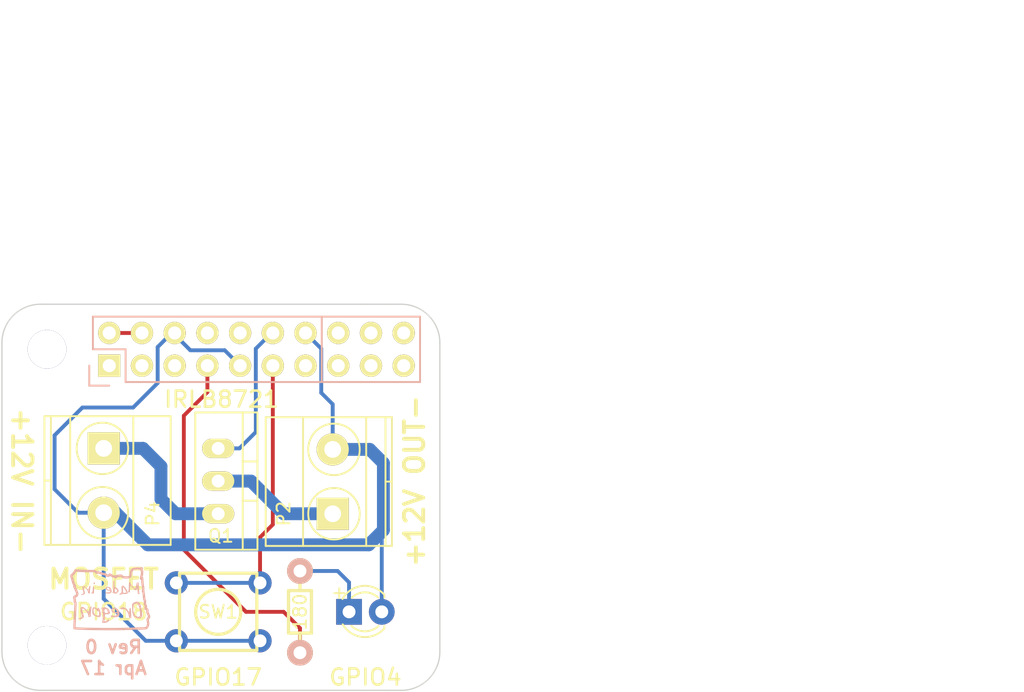
<source format=kicad_pcb>
(kicad_pcb (version 4) (host pcbnew 4.0.4-stable)

  (general
    (links 15)
    (no_connects 0)
    (area 38.049999 39.649999 72.150001 69.750001)
    (thickness 1.6)
    (drawings 26)
    (tracks 58)
    (zones 0)
    (modules 10)
    (nets 9)
  )

  (page A4)
  (title_block
    (title "Raspberry Pi Hat Template")
    (date 2015-12-24)
    (rev 0.1)
    (company OpenFet)
    (comment 1 "Author: Julien")
    (comment 2 "License: CERN OHL V1.2")
  )

  (layers
    (0 F.Cu signal)
    (31 B.Cu signal)
    (32 B.Adhes user)
    (33 F.Adhes user)
    (34 B.Paste user)
    (35 F.Paste user)
    (36 B.SilkS user)
    (37 F.SilkS user)
    (38 B.Mask user)
    (39 F.Mask user)
    (40 Dwgs.User user)
    (41 Cmts.User user)
    (42 Eco1.User user)
    (43 Eco2.User user)
    (44 Edge.Cuts user)
    (45 Margin user)
    (46 B.CrtYd user)
    (47 F.CrtYd user)
    (48 B.Fab user)
    (49 F.Fab user)
  )

  (setup
    (last_trace_width 0.2)
    (user_trace_width 0.1)
    (user_trace_width 0.2)
    (user_trace_width 0.3)
    (user_trace_width 0.4)
    (user_trace_width 0.5)
    (user_trace_width 0.6)
    (user_trace_width 0.8)
    (user_trace_width 1)
    (trace_clearance 0.15)
    (zone_clearance 0.23)
    (zone_45_only yes)
    (trace_min 0.1)
    (segment_width 0.35)
    (edge_width 0.1)
    (via_size 0.889)
    (via_drill 0.635)
    (via_min_size 0.26)
    (via_min_drill 0.16)
    (user_via 0.6 0.32)
    (user_via 1.5 0.8)
    (uvia_size 0.508)
    (uvia_drill 0.127)
    (uvias_allowed no)
    (uvia_min_size 0.508)
    (uvia_min_drill 0.127)
    (pcb_text_width 0.3)
    (pcb_text_size 1.5 1.5)
    (mod_edge_width 0.15)
    (mod_text_size 1 1)
    (mod_text_width 0.15)
    (pad_size 1.27 1.50114)
    (pad_drill 0.8128)
    (pad_to_mask_clearance 0)
    (aux_axis_origin 0 0)
    (grid_origin 211.1 101.7)
    (visible_elements 7FFFFF7F)
    (pcbplotparams
      (layerselection 0x010f0_80000001)
      (usegerberextensions false)
      (excludeedgelayer true)
      (linewidth 0.100000)
      (plotframeref false)
      (viasonmask false)
      (mode 1)
      (useauxorigin false)
      (hpglpennumber 1)
      (hpglpenspeed 20)
      (hpglpendiameter 15)
      (hpglpenoverlay 2)
      (psnegative false)
      (psa4output false)
      (plotreference true)
      (plotvalue true)
      (plotinvisibletext false)
      (padsonsilk false)
      (subtractmaskfromsilk false)
      (outputformat 1)
      (mirror false)
      (drillshape 0)
      (scaleselection 1)
      (outputdirectory /home/mangokid/Desktop/hat_gerber/))
  )

  (net 0 "")
  (net 1 GND)
  (net 2 "Net-(P3-Pad7)")
  (net 3 "Net-(P3-Pad11)")
  (net 4 VCC)
  (net 5 "Net-(D1-Pad2)")
  (net 6 "Net-(P2-Pad1)")
  (net 7 "Net-(P3-Pad12)")
  (net 8 "Net-(P4-Pad1)")

  (net_class Default "This is the default net class."
    (clearance 0.15)
    (trace_width 0.2)
    (via_dia 0.889)
    (via_drill 0.635)
    (uvia_dia 0.508)
    (uvia_drill 0.127)
    (add_net GND)
    (add_net "Net-(D1-Pad2)")
    (add_net "Net-(P2-Pad1)")
    (add_net "Net-(P3-Pad11)")
    (add_net "Net-(P3-Pad12)")
    (add_net "Net-(P3-Pad7)")
    (add_net "Net-(P4-Pad1)")
    (add_net VCC)
  )

  (module Pin_Headers:Pin_Header_Straight_2x10 (layer F.Cu) (tedit 5828EB59) (tstamp 5509D7DA)
    (at 46.4318 44.4738 90)
    (descr "Through hole pin header")
    (tags "pin header")
    (path /54E92361)
    (fp_text reference P3 (at 0 -5.1 90) (layer F.SilkS) hide
      (effects (font (size 1 1) (thickness 0.15)))
    )
    (fp_text value Raspberry_Pi_+_Conn (at 0 -3.1 90) (layer F.Fab)
      (effects (font (size 1 1) (thickness 0.15)))
    )
    (fp_line (start 3.75 16.5) (end -1.25 16.5) (layer B.SilkS) (width 0.1524))
    (fp_line (start -1.75 -1.75) (end -1.75 24.65) (layer F.CrtYd) (width 0.05))
    (fp_line (start 4.3 -1.75) (end 4.3 24.65) (layer F.CrtYd) (width 0.05))
    (fp_line (start -1.75 -1.75) (end 4.3 -1.75) (layer F.CrtYd) (width 0.05))
    (fp_line (start -1.75 24.65) (end 4.3 24.65) (layer F.CrtYd) (width 0.05))
    (fp_line (start 3.81 24.13) (end 3.81 -1.27) (layer B.SilkS) (width 0.15))
    (fp_line (start -1.27 1.27) (end -1.27 24.13) (layer B.SilkS) (width 0.15))
    (fp_line (start 3.81 24.13) (end -1.27 24.13) (layer B.SilkS) (width 0.15))
    (fp_line (start 3.81 -1.27) (end 1.27 -1.27) (layer B.SilkS) (width 0.15))
    (fp_line (start 0 -1.55) (end -1.55 -1.55) (layer B.SilkS) (width 0.15))
    (fp_line (start 1.27 -1.27) (end 1.27 1.27) (layer B.SilkS) (width 0.15))
    (fp_line (start 1.27 1.27) (end -1.27 1.27) (layer B.SilkS) (width 0.15))
    (fp_line (start -1.55 -1.55) (end -1.55 0) (layer B.SilkS) (width 0.15))
    (pad 1 thru_hole rect (at 0 0 90) (size 1.7272 1.7272) (drill 1.016) (layers *.Cu *.Mask F.SilkS))
    (pad 2 thru_hole oval (at 2.54 0 90) (size 1.7272 1.7272) (drill 1.016) (layers *.Cu *.Mask F.SilkS)
      (net 4 VCC))
    (pad 3 thru_hole oval (at 0 2.54 90) (size 1.7272 1.7272) (drill 1.016) (layers *.Cu *.Mask F.SilkS))
    (pad 4 thru_hole oval (at 2.54 2.54 90) (size 1.7272 1.7272) (drill 1.016) (layers *.Cu *.Mask F.SilkS)
      (net 4 VCC))
    (pad 5 thru_hole oval (at 0 5.08 90) (size 1.7272 1.7272) (drill 1.016) (layers *.Cu *.Mask F.SilkS))
    (pad 6 thru_hole oval (at 2.54 5.08 90) (size 1.7272 1.7272) (drill 1.016) (layers *.Cu *.Mask F.SilkS)
      (net 1 GND))
    (pad 7 thru_hole oval (at 0 7.62 90) (size 1.7272 1.7272) (drill 1.016) (layers *.Cu *.Mask F.SilkS)
      (net 2 "Net-(P3-Pad7)"))
    (pad 8 thru_hole oval (at 2.54 7.62 90) (size 1.7272 1.7272) (drill 1.016) (layers *.Cu *.Mask F.SilkS))
    (pad 9 thru_hole oval (at 0 10.16 90) (size 1.7272 1.7272) (drill 1.016) (layers *.Cu *.Mask F.SilkS)
      (net 1 GND))
    (pad 10 thru_hole oval (at 2.54 10.16 90) (size 1.7272 1.7272) (drill 1.016) (layers *.Cu *.Mask F.SilkS))
    (pad 11 thru_hole oval (at 0 12.7 90) (size 1.7272 1.7272) (drill 1.016) (layers *.Cu *.Mask F.SilkS)
      (net 3 "Net-(P3-Pad11)"))
    (pad 12 thru_hole oval (at 2.54 12.7 90) (size 1.7272 1.7272) (drill 1.016) (layers *.Cu *.Mask F.SilkS)
      (net 7 "Net-(P3-Pad12)"))
    (pad 13 thru_hole oval (at 0 15.24 90) (size 1.7272 1.7272) (drill 1.016) (layers *.Cu *.Mask F.SilkS))
    (pad 14 thru_hole oval (at 2.54 15.24 90) (size 1.7272 1.7272) (drill 1.016) (layers *.Cu *.Mask F.SilkS)
      (net 1 GND))
    (pad 15 thru_hole oval (at 0 17.78 90) (size 1.7272 1.7272) (drill 1.016) (layers *.Cu *.Mask F.SilkS))
    (pad 16 thru_hole oval (at 2.54 17.78 90) (size 1.7272 1.7272) (drill 1.016) (layers *.Cu *.Mask F.SilkS))
    (pad 17 thru_hole oval (at 0 20.32 90) (size 1.7272 1.7272) (drill 1.016) (layers *.Cu *.Mask F.SilkS))
    (pad 18 thru_hole oval (at 2.54 20.32 90) (size 1.7272 1.7272) (drill 1.016) (layers *.Cu *.Mask F.SilkS))
    (pad 19 thru_hole oval (at 0 22.86 90) (size 1.7272 1.7272) (drill 1.016) (layers *.Cu *.Mask F.SilkS))
    (pad 20 thru_hole oval (at 2.54 22.86 90) (size 1.7272 1.7272) (drill 1.016) (layers *.Cu *.Mask F.SilkS))
    (model Pin_Headers.3dshapes/Pin_Header_Straight_2x10.wrl
      (at (xyz 0.05 -0.45 0))
      (scale (xyz 1 1 1))
      (rotate (xyz 0 0 90))
    )
  )

  (module Mounting_Holes:MountingHole_3mm (layer F.Cu) (tedit 5687A909) (tstamp 5684F8FC)
    (at 41.6 43.2)
    (descr "Mounting hole, Befestigungsbohrung, 3mm, No Annular, Kein Restring,")
    (tags "Mounting hole, Befestigungsbohrung, 3mm, No Annular, Kein Restring,")
    (fp_text reference REF** (at 0 -4.0005) (layer F.SilkS) hide
      (effects (font (size 0.5 0.5) (thickness 0.125)))
    )
    (fp_text value MountingHole_3mm (at 1.00076 5.00126) (layer F.Fab) hide
      (effects (font (size 0.5 0.5) (thickness 0.125)))
    )
    (fp_circle (center 0 0) (end 3 0) (layer Cmts.User) (width 0.381))
    (pad 1 thru_hole circle (at 0 0) (size 3 3) (drill 3) (layers))
  )

  (module Mounting_Holes:MountingHole_3mm (layer F.Cu) (tedit 5687A904) (tstamp 5684F8FF)
    (at 41.6 66.2)
    (descr "Mounting hole, Befestigungsbohrung, 3mm, No Annular, Kein Restring,")
    (tags "Mounting hole, Befestigungsbohrung, 3mm, No Annular, Kein Restring,")
    (fp_text reference REF** (at 0 -4.0005) (layer F.SilkS) hide
      (effects (font (size 0.5 0.5) (thickness 0.125)))
    )
    (fp_text value MountingHole_3mm (at 1.00076 5.00126) (layer F.Fab) hide
      (effects (font (size 0.5 0.5) (thickness 0.125)))
    )
    (fp_circle (center 0 0) (end 3 0) (layer Cmts.User) (width 0.381))
    (pad 1 thru_hole circle (at 0 0) (size 3 3) (drill 3) (layers))
  )

  (module myFootPrints:LED-3MM (layer F.Cu) (tedit 5828ED10) (tstamp 57EDC51B)
    (at 67.59 63.6 180)
    (descr "LED 3mm round vertical")
    (tags "LED  3mm round vertical")
    (path /57EDC2DF)
    (fp_text reference D1 (at 1.91 3.06 180) (layer F.SilkS) hide
      (effects (font (size 1 1) (thickness 0.15)))
    )
    (fp_text value LED (at 1.27 -1.524 180) (layer F.Fab)
      (effects (font (size 1 1) (thickness 0.15)))
    )
    (fp_text user + (at 3.302 1.524 180) (layer F.SilkS)
      (effects (font (size 1 1) (thickness 0.15)))
    )
    (fp_line (start -1.2 2.3) (end 3.8 2.3) (layer F.CrtYd) (width 0.05))
    (fp_line (start 3.8 2.3) (end 3.8 -2.2) (layer F.CrtYd) (width 0.05))
    (fp_line (start 3.8 -2.2) (end -1.2 -2.2) (layer F.CrtYd) (width 0.05))
    (fp_line (start -1.2 -2.2) (end -1.2 2.3) (layer F.CrtYd) (width 0.05))
    (fp_line (start -0.199 1.314) (end -0.199 1.114) (layer F.SilkS) (width 0.15))
    (fp_line (start -0.199 -1.28) (end -0.199 -1.1) (layer F.SilkS) (width 0.15))
    (fp_arc (start 1.301 0.034) (end -0.199 -1.286) (angle 108.5) (layer F.SilkS) (width 0.15))
    (fp_arc (start 1.301 0.034) (end 0.25 -1.1) (angle 85.7) (layer F.SilkS) (width 0.15))
    (fp_arc (start 1.311 0.034) (end 3.051 0.994) (angle 110) (layer F.SilkS) (width 0.15))
    (fp_arc (start 1.301 0.034) (end 2.335 1.094) (angle 87.5) (layer F.SilkS) (width 0.15))
    (pad 1 thru_hole circle (at 0 0 270) (size 2 2) (drill 1.00076) (layers *.Cu B.Mask)
      (net 1 GND))
    (pad 2 thru_hole rect (at 2.54 0 180) (size 2 2) (drill 1.00076) (layers *.Cu B.Mask)
      (net 5 "Net-(D1-Pad2)"))
    (model LEDs.3dshapes/LED-3MM.wrl
      (at (xyz 0.05 0 0))
      (scale (xyz 1 1 1))
      (rotate (xyz 0 0 90))
    )
  )

  (module myFootPrints:Resistor_Horz (layer F.Cu) (tedit 57FDC17F) (tstamp 57EDC529)
    (at 61.24 63.6 270)
    (descr "Resistor, Axial,  RM 10mm, 1/3W,")
    (tags "Resistor, Axial, RM 10mm, 1/3W,")
    (path /57EDC340)
    (fp_text reference R1 (at 0 -1.905 270) (layer F.Fab) hide
      (effects (font (size 1 1) (thickness 0.15)))
    )
    (fp_text value 180 (at 0 0 270) (layer F.SilkS)
      (effects (font (size 1 1) (thickness 0.15)))
    )
    (fp_line (start -1.651 0) (end -2.413 0) (layer F.SilkS) (width 0.254))
    (fp_line (start 1.651 0) (end 2.413 0) (layer F.SilkS) (width 0.254))
    (fp_line (start 1.651 0.889) (end 1.651 0.635) (layer F.SilkS) (width 0.254))
    (fp_line (start 1.651 0.889) (end -1.651 0.889) (layer F.SilkS) (width 0.254))
    (fp_line (start -1.651 0.889) (end -1.651 -0.889) (layer F.SilkS) (width 0.254))
    (fp_line (start -1.651 -0.889) (end 1.651 -0.889) (layer F.SilkS) (width 0.254))
    (fp_line (start 1.651 -0.889) (end 1.651 0.635) (layer F.SilkS) (width 0.254))
    (pad 1 thru_hole circle (at -3.175 0 270) (size 1.99898 1.99898) (drill 1.00076) (layers *.Cu *.SilkS *.Mask)
      (net 5 "Net-(D1-Pad2)"))
    (pad 2 thru_hole circle (at 3.175 0 270) (size 1.99898 1.99898) (drill 1.00076) (layers *.Cu *.SilkS *.Mask)
      (net 2 "Net-(P3-Pad7)"))
    (model Resistors_ThroughHole.3dshapes/Resistor_Horizontal_RM10mm.wrl
      (at (xyz 0 0 0))
      (scale (xyz 0.4 0.4 0.4))
      (rotate (xyz 0 0 0))
    )
  )

  (module myFootPrints:SW_PUSH_SMALL (layer F.Cu) (tedit 5828ED03) (tstamp 57EDC531)
    (at 54.89 63.6)
    (path /57EDC379)
    (fp_text reference SW1 (at 0 0) (layer F.SilkS)
      (effects (font (size 1 1) (thickness 0.15)))
    )
    (fp_text value SPST (at 0 2) (layer F.Fab) hide
      (effects (font (size 0.3 0.3) (thickness 0.075)))
    )
    (fp_line (start -3 -3) (end 3 -3) (layer F.SilkS) (width 0.25))
    (fp_line (start 3 -3) (end 3 3) (layer F.SilkS) (width 0.25))
    (fp_line (start 3 3) (end -3 3) (layer F.SilkS) (width 0.25))
    (fp_line (start -3 3) (end -3 -3) (layer F.SilkS) (width 0.25))
    (fp_circle (center 0 0) (end -1.75 0) (layer F.SilkS) (width 0.25))
    (pad 1 thru_hole circle (at 3.25 -2.25) (size 1.8 1.8) (drill 1) (layers *.Cu B.Mask)
      (net 3 "Net-(P3-Pad11)"))
    (pad 2 thru_hole circle (at 3.25 2.25) (size 1.8 1.8) (drill 1) (layers *.Cu B.Mask)
      (net 1 GND))
    (pad 1 thru_hole circle (at -3.25 -2.25) (size 1.8 1.8) (drill 1) (layers *.Cu B.Mask)
      (net 3 "Net-(P3-Pad11)"))
    (pad 2 thru_hole circle (at -3.25 2.25) (size 1.8 1.8) (drill 1) (layers *.Cu B.Mask)
      (net 1 GND))
    (model Buttons_Switches_ThroughHole.3dshapes/pcb_push.wrl
      (at (xyz 0 0 0))
      (scale (xyz 1 1 1))
      (rotate (xyz 0 0 90))
    )
  )

  (module Terminal_Blocks:TerminalBlock_Pheonix_MKDS1.5-2pol (layer F.Cu) (tedit 58E836F8) (tstamp 58E834E9)
    (at 63.78 55.98 90)
    (descr "2-way 5mm pitch terminal block, Phoenix MKDS series")
    (path /58E83381)
    (fp_text reference P2 (at 0 -3.81 90) (layer F.SilkS)
      (effects (font (size 1 1) (thickness 0.15)))
    )
    (fp_text value CONN_01X02 (at 2.5 -6.6 90) (layer F.Fab)
      (effects (font (size 1 1) (thickness 0.15)))
    )
    (fp_line (start -2.7 -5.4) (end 7.7 -5.4) (layer F.CrtYd) (width 0.05))
    (fp_line (start -2.7 4.8) (end -2.7 -5.4) (layer F.CrtYd) (width 0.05))
    (fp_line (start 7.7 4.8) (end -2.7 4.8) (layer F.CrtYd) (width 0.05))
    (fp_line (start 7.7 -5.4) (end 7.7 4.8) (layer F.CrtYd) (width 0.05))
    (fp_line (start 2.5 4.1) (end 2.5 4.6) (layer F.SilkS) (width 0.15))
    (fp_circle (center 5 0.1) (end 3 0.1) (layer F.SilkS) (width 0.15))
    (fp_circle (center 0 0.1) (end 2 0.1) (layer F.SilkS) (width 0.15))
    (fp_line (start -2.5 2.6) (end 7.5 2.6) (layer F.SilkS) (width 0.15))
    (fp_line (start -2.5 -2.3) (end 7.5 -2.3) (layer F.SilkS) (width 0.15))
    (fp_line (start -2.5 4.1) (end 7.5 4.1) (layer F.SilkS) (width 0.15))
    (fp_line (start -2.5 4.6) (end 7.5 4.6) (layer F.SilkS) (width 0.15))
    (fp_line (start 7.5 4.6) (end 7.5 -5.2) (layer F.SilkS) (width 0.15))
    (fp_line (start 7.5 -5.2) (end -2.5 -5.2) (layer F.SilkS) (width 0.15))
    (fp_line (start -2.5 -5.2) (end -2.5 4.6) (layer F.SilkS) (width 0.15))
    (pad 1 thru_hole rect (at 0 0 90) (size 2.5 2.5) (drill 1.3) (layers *.Cu *.Mask F.SilkS)
      (net 6 "Net-(P2-Pad1)"))
    (pad 2 thru_hole circle (at 5 0 90) (size 2.5 2.5) (drill 1.3) (layers *.Cu *.Mask F.SilkS)
      (net 1 GND))
    (model Terminal_Blocks.3dshapes/TerminalBlock_Pheonix_MKDS1.5-2pol.wrl
      (at (xyz 0.0984 0 0))
      (scale (xyz 1 1 1))
      (rotate (xyz 0 0 0))
    )
  )

  (module Terminal_Blocks:TerminalBlock_Pheonix_MKDS1.5-2pol (layer F.Cu) (tedit 58E836EF) (tstamp 58E834EF)
    (at 46 50.9 270)
    (descr "2-way 5mm pitch terminal block, Phoenix MKDS series")
    (path /58E834CF)
    (fp_text reference P4 (at 5.08 -3.81 270) (layer F.SilkS)
      (effects (font (size 1 1) (thickness 0.15)))
    )
    (fp_text value CONN_01X02 (at 2.5 -6.6 270) (layer F.Fab)
      (effects (font (size 1 1) (thickness 0.15)))
    )
    (fp_line (start -2.7 -5.4) (end 7.7 -5.4) (layer F.CrtYd) (width 0.05))
    (fp_line (start -2.7 4.8) (end -2.7 -5.4) (layer F.CrtYd) (width 0.05))
    (fp_line (start 7.7 4.8) (end -2.7 4.8) (layer F.CrtYd) (width 0.05))
    (fp_line (start 7.7 -5.4) (end 7.7 4.8) (layer F.CrtYd) (width 0.05))
    (fp_line (start 2.5 4.1) (end 2.5 4.6) (layer F.SilkS) (width 0.15))
    (fp_circle (center 5 0.1) (end 3 0.1) (layer F.SilkS) (width 0.15))
    (fp_circle (center 0 0.1) (end 2 0.1) (layer F.SilkS) (width 0.15))
    (fp_line (start -2.5 2.6) (end 7.5 2.6) (layer F.SilkS) (width 0.15))
    (fp_line (start -2.5 -2.3) (end 7.5 -2.3) (layer F.SilkS) (width 0.15))
    (fp_line (start -2.5 4.1) (end 7.5 4.1) (layer F.SilkS) (width 0.15))
    (fp_line (start -2.5 4.6) (end 7.5 4.6) (layer F.SilkS) (width 0.15))
    (fp_line (start 7.5 4.6) (end 7.5 -5.2) (layer F.SilkS) (width 0.15))
    (fp_line (start 7.5 -5.2) (end -2.5 -5.2) (layer F.SilkS) (width 0.15))
    (fp_line (start -2.5 -5.2) (end -2.5 4.6) (layer F.SilkS) (width 0.15))
    (pad 1 thru_hole rect (at 0 0 270) (size 2.5 2.5) (drill 1.3) (layers *.Cu *.Mask F.SilkS)
      (net 8 "Net-(P4-Pad1)"))
    (pad 2 thru_hole circle (at 5 0 270) (size 2.5 2.5) (drill 1.3) (layers *.Cu *.Mask F.SilkS)
      (net 1 GND))
    (model Terminal_Blocks.3dshapes/TerminalBlock_Pheonix_MKDS1.5-2pol.wrl
      (at (xyz 0.0984 0 0))
      (scale (xyz 1 1 1))
      (rotate (xyz 0 0 0))
    )
  )

  (module TO_SOT_Packages_THT:TO-220_Neutral123_Vertical (layer F.Cu) (tedit 58E83912) (tstamp 58E834F6)
    (at 54.89 53.44 270)
    (descr "TO-220, Neutral, Vertical,")
    (tags "TO-220, Neutral, Vertical,")
    (path /58E8331A)
    (fp_text reference Q1 (at 4.26 -0.21 360) (layer F.SilkS)
      (effects (font (size 1 1) (thickness 0.15)))
    )
    (fp_text value Q_NMOS_GDS (at 0 3.81 270) (layer F.Fab)
      (effects (font (size 1 1) (thickness 0.15)))
    )
    (fp_line (start -1.524 -3.048) (end -1.524 -1.905) (layer F.SilkS) (width 0.15))
    (fp_line (start 1.524 -3.048) (end 1.524 -1.905) (layer F.SilkS) (width 0.15))
    (fp_line (start 5.334 -1.905) (end 5.334 1.778) (layer F.SilkS) (width 0.15))
    (fp_line (start 5.334 1.778) (end -5.334 1.778) (layer F.SilkS) (width 0.15))
    (fp_line (start -5.334 1.778) (end -5.334 -1.905) (layer F.SilkS) (width 0.15))
    (fp_line (start 5.334 -3.048) (end 5.334 -1.905) (layer F.SilkS) (width 0.15))
    (fp_line (start 5.334 -1.905) (end -5.334 -1.905) (layer F.SilkS) (width 0.15))
    (fp_line (start -5.334 -1.905) (end -5.334 -3.048) (layer F.SilkS) (width 0.15))
    (fp_line (start 0 -3.048) (end -5.334 -3.048) (layer F.SilkS) (width 0.15))
    (fp_line (start 0 -3.048) (end 5.334 -3.048) (layer F.SilkS) (width 0.15))
    (pad 2 thru_hole oval (at 0 0) (size 2.49936 1.50114) (drill 1.00076) (layers *.Cu *.Mask F.SilkS)
      (net 6 "Net-(P2-Pad1)"))
    (pad 1 thru_hole oval (at -2.54 0) (size 2.49936 1.50114) (drill 1.00076) (layers *.Cu *.Mask F.SilkS)
      (net 7 "Net-(P3-Pad12)"))
    (pad 3 thru_hole oval (at 2.54 0) (size 2.49936 1.50114) (drill 1.00076) (layers *.Cu *.Mask F.SilkS)
      (net 8 "Net-(P4-Pad1)"))
    (model TO_SOT_Packages_THT.3dshapes/TO-220_Neutral123_Vertical.wrl
      (at (xyz 0 0 0))
      (scale (xyz 0.3937 0.3937 0.3937))
      (rotate (xyz 0 0 0))
    )
  )

  (module myFootPrints:MadeInOregonRev25 (layer F.Cu) (tedit 0) (tstamp 58E839BC)
    (at 46.508 62.584)
    (fp_text reference VAL (at 0 0) (layer F.SilkS) hide
      (effects (font (size 1.143 1.143) (thickness 0.1778)))
    )
    (fp_text value MadeInOregonRev25 (at 0 0) (layer F.SilkS) hide
      (effects (font (size 1.143 1.143) (thickness 0.1778)))
    )
    (fp_poly (pts (xy -3.09626 -1.76022) (xy -3.09626 -1.72212) (xy -3.09372 -1.69672) (xy -3.09118 -1.67386)
      (xy -3.0861 -1.65608) (xy -3.07594 -1.63576) (xy -3.0734 -1.62814) (xy -3.0607 -1.6002)
      (xy -3.05054 -1.5748) (xy -3.04038 -1.54432) (xy -3.03022 -1.50876) (xy -3.02006 -1.46304)
      (xy -3.00736 -1.4097) (xy -3.00228 -1.39192) (xy -2.98704 -1.31826) (xy -2.96926 -1.2573)
      (xy -2.95402 -1.20396) (xy -2.9337 -1.15824) (xy -2.91338 -1.1176) (xy -2.91338 -1.74752)
      (xy -2.91338 -1.76276) (xy -2.91084 -1.77546) (xy -2.90322 -1.78816) (xy -2.89052 -1.8034)
      (xy -2.86766 -1.82118) (xy -2.8575 -1.83134) (xy -2.82956 -1.8542) (xy -2.80416 -1.8796)
      (xy -2.78638 -1.90246) (xy -2.77876 -1.91008) (xy -2.76606 -1.92786) (xy -2.74574 -1.95326)
      (xy -2.72034 -1.98374) (xy -2.69494 -2.01422) (xy -2.6924 -2.01676) (xy -2.66954 -2.0447)
      (xy -2.64922 -2.0701) (xy -2.63652 -2.08788) (xy -2.6289 -2.09804) (xy -2.6289 -2.10058)
      (xy -2.62382 -2.10566) (xy -2.60604 -2.10566) (xy -2.58064 -2.10566) (xy -2.55016 -2.10058)
      (xy -2.51968 -2.0955) (xy -2.50952 -2.09296) (xy -2.49682 -2.09042) (xy -2.48412 -2.08534)
      (xy -2.46888 -2.08534) (xy -2.4511 -2.0828) (xy -2.4257 -2.08026) (xy -2.39268 -2.07772)
      (xy -2.35458 -2.07772) (xy -2.30632 -2.07518) (xy -2.2479 -2.07518) (xy -2.17678 -2.07264)
      (xy -2.09296 -2.0701) (xy -2.03962 -2.0701) (xy -1.95326 -2.06756) (xy -1.8669 -2.06756)
      (xy -1.78054 -2.06502) (xy -1.69672 -2.06502) (xy -1.61798 -2.06248) (xy -1.54686 -2.06248)
      (xy -1.48336 -2.06248) (xy -1.4351 -2.06248) (xy -1.4224 -2.06248) (xy -1.22936 -2.06248)
      (xy -1.1684 -2.00152) (xy -1.10744 -1.9431) (xy -1.0668 -1.9431) (xy -1.03886 -1.9431)
      (xy -1.0033 -1.94564) (xy -0.97536 -1.95072) (xy -0.94234 -1.95326) (xy -0.91186 -1.95072)
      (xy -0.87884 -1.94564) (xy -0.8382 -1.93548) (xy -0.79248 -1.9177) (xy -0.7366 -1.89484)
      (xy -0.72136 -1.88976) (xy -0.67818 -1.86944) (xy -0.64516 -1.85674) (xy -0.61722 -1.84912)
      (xy -0.59182 -1.84404) (xy -0.56388 -1.83896) (xy -0.5461 -1.83642) (xy -0.50038 -1.83134)
      (xy -0.46482 -1.82626) (xy -0.43688 -1.81864) (xy -0.41656 -1.80848) (xy -0.39624 -1.79578)
      (xy -0.37592 -1.77546) (xy -0.37338 -1.77292) (xy -0.35052 -1.7526) (xy -0.32512 -1.73482)
      (xy -0.30734 -1.72212) (xy -0.30734 -1.72212) (xy -0.28702 -1.71704) (xy -0.25654 -1.71196)
      (xy -0.22098 -1.70434) (xy -0.18288 -1.7018) (xy -0.14986 -1.69672) (xy -0.12446 -1.69672)
      (xy -0.10922 -1.69926) (xy -0.09652 -1.70688) (xy -0.07366 -1.71958) (xy -0.05334 -1.73736)
      (xy -0.03048 -1.75768) (xy -0.01524 -1.7653) (xy -0.00508 -1.76784) (xy 0 -1.7653)
      (xy 0.01016 -1.75768) (xy 0.03048 -1.74498) (xy 0.05842 -1.7272) (xy 0.0889 -1.70688)
      (xy 0.09652 -1.7018) (xy 0.18288 -1.64846) (xy 0.25908 -1.64592) (xy 0.29464 -1.64338)
      (xy 0.3175 -1.64084) (xy 0.3302 -1.6383) (xy 0.34036 -1.63322) (xy 0.34544 -1.6256)
      (xy 0.34798 -1.62052) (xy 0.3683 -1.59766) (xy 0.39624 -1.58242) (xy 0.42672 -1.5748)
      (xy 0.4318 -1.5748) (xy 0.45974 -1.58242) (xy 0.48768 -1.6002) (xy 0.51562 -1.63068)
      (xy 0.52578 -1.64338) (xy 0.53848 -1.65608) (xy 0.5461 -1.66624) (xy 0.55626 -1.67386)
      (xy 0.56896 -1.68148) (xy 0.58928 -1.68402) (xy 0.61468 -1.6891) (xy 0.65278 -1.69418)
      (xy 0.70104 -1.69672) (xy 0.71628 -1.69926) (xy 0.8255 -1.70942) (xy 0.85598 -1.68148)
      (xy 0.89154 -1.64846) (xy 0.9271 -1.62306) (xy 0.95758 -1.60274) (xy 0.96774 -1.59766)
      (xy 0.9906 -1.59258) (xy 1.02362 -1.5875) (xy 1.0668 -1.58242) (xy 1.11252 -1.57734)
      (xy 1.16332 -1.57226) (xy 1.21158 -1.56972) (xy 1.2573 -1.56972) (xy 1.25984 -1.56972)
      (xy 1.3081 -1.56972) (xy 1.35128 -1.5748) (xy 1.39446 -1.57988) (xy 1.44272 -1.59004)
      (xy 1.48844 -1.6002) (xy 1.52146 -1.61036) (xy 1.54686 -1.62306) (xy 1.56972 -1.63576)
      (xy 1.59258 -1.65608) (xy 1.61798 -1.68148) (xy 1.63576 -1.7018) (xy 1.651 -1.72212)
      (xy 1.65862 -1.74498) (xy 1.66624 -1.77292) (xy 1.67386 -1.80848) (xy 1.6764 -1.85166)
      (xy 1.68148 -1.90246) (xy 1.6891 -1.9812) (xy 1.7018 -2.04978) (xy 1.72212 -2.10566)
      (xy 1.74752 -2.15138) (xy 1.75006 -2.15646) (xy 1.77546 -2.18186) (xy 1.81356 -2.2098)
      (xy 1.82626 -2.21742) (xy 1.8542 -2.23012) (xy 1.87706 -2.24028) (xy 1.89484 -2.24282)
      (xy 1.9177 -2.24282) (xy 1.92024 -2.24282) (xy 1.95834 -2.24282) (xy 2.00152 -2.25044)
      (xy 2.032 -2.25806) (xy 2.0701 -2.27076) (xy 2.09804 -2.27584) (xy 2.11582 -2.27838)
      (xy 2.13106 -2.2733) (xy 2.1463 -2.26822) (xy 2.15392 -2.26314) (xy 2.1844 -2.2479)
      (xy 2.22758 -2.24282) (xy 2.27584 -2.2479) (xy 2.29108 -2.25298) (xy 2.31394 -2.25806)
      (xy 2.33426 -2.26314) (xy 2.34188 -2.26314) (xy 2.34188 -2.25806) (xy 2.34442 -2.23774)
      (xy 2.34442 -2.21488) (xy 2.34442 -2.21234) (xy 2.34442 -2.1844) (xy 2.34696 -2.16408)
      (xy 2.35204 -2.1463) (xy 2.36474 -2.12852) (xy 2.3876 -2.0955) (xy 2.37998 -1.97612)
      (xy 2.37744 -1.9304) (xy 2.37236 -1.89738) (xy 2.36982 -1.87198) (xy 2.36474 -1.8542)
      (xy 2.35966 -1.83896) (xy 2.35204 -1.82372) (xy 2.34696 -1.8161) (xy 2.33172 -1.78562)
      (xy 2.3241 -1.75768) (xy 2.3241 -1.73736) (xy 2.32156 -1.70942) (xy 2.31902 -1.68656)
      (xy 2.31648 -1.67894) (xy 2.31394 -1.66116) (xy 2.30886 -1.63576) (xy 2.30886 -1.60274)
      (xy 2.30886 -1.59004) (xy 2.30886 -1.55702) (xy 2.30886 -1.5367) (xy 2.31394 -1.52146)
      (xy 2.32156 -1.5113) (xy 2.33172 -1.4986) (xy 2.33426 -1.49606) (xy 2.35458 -1.48082)
      (xy 2.3749 -1.4732) (xy 2.37744 -1.47066) (xy 2.3876 -1.47066) (xy 2.39268 -1.46558)
      (xy 2.39776 -1.45034) (xy 2.4003 -1.42494) (xy 2.40284 -1.39192) (xy 2.40538 -1.35382)
      (xy 2.40538 -1.33096) (xy 2.40792 -1.28778) (xy 2.413 -1.2319) (xy 2.42062 -1.16078)
      (xy 2.43332 -1.07442) (xy 2.4511 -0.97536) (xy 2.4511 -0.96774) (xy 2.45872 -0.92456)
      (xy 2.4638 -0.88392) (xy 2.46888 -0.85344) (xy 2.47142 -0.83058) (xy 2.47396 -0.82296)
      (xy 2.47396 -0.81026) (xy 2.47142 -0.7874) (xy 2.47142 -0.75692) (xy 2.46888 -0.72644)
      (xy 2.46888 -0.69342) (xy 2.46634 -0.66294) (xy 2.4638 -0.64262) (xy 2.46126 -0.635)
      (xy 2.4511 -0.6096) (xy 2.44856 -0.57912) (xy 2.4511 -0.54864) (xy 2.46126 -0.52324)
      (xy 2.4765 -0.51054) (xy 2.48412 -0.49784) (xy 2.49174 -0.47244) (xy 2.5019 -0.4318)
      (xy 2.50952 -0.37592) (xy 2.51968 -0.30734) (xy 2.5273 -0.2286) (xy 2.53238 -0.16764)
      (xy 2.53746 -0.1143) (xy 2.54254 -0.0635) (xy 2.54762 -0.02032) (xy 2.5527 0.01524)
      (xy 2.55524 0.04064) (xy 2.55778 0.05334) (xy 2.56794 0.07366) (xy 2.5781 0.1016)
      (xy 2.58826 0.127) (xy 2.59588 0.14732) (xy 2.6035 0.16256) (xy 2.60604 0.18034)
      (xy 2.60858 0.20066) (xy 2.60858 0.22606) (xy 2.60604 0.25908) (xy 2.6035 0.3048)
      (xy 2.6035 0.32512) (xy 2.60096 0.37084) (xy 2.60096 0.4064) (xy 2.60604 0.43434)
      (xy 2.61366 0.45974) (xy 2.62636 0.48768) (xy 2.64668 0.5207) (xy 2.66446 0.5588)
      (xy 2.67462 0.58674) (xy 2.6797 0.61468) (xy 2.67462 0.64262) (xy 2.66446 0.68072)
      (xy 2.65938 0.69088) (xy 2.64668 0.72898) (xy 2.63906 0.75946) (xy 2.63906 0.77978)
      (xy 2.6416 0.79756) (xy 2.64922 0.8128) (xy 2.64922 0.81534) (xy 2.66446 0.83058)
      (xy 2.68986 0.84836) (xy 2.72034 0.86614) (xy 2.75336 0.87884) (xy 2.77368 0.88646)
      (xy 2.794 0.89154) (xy 2.794 0.98044) (xy 2.794 1.07188) (xy 2.82448 1.13538)
      (xy 2.8575 1.20396) (xy 2.8829 1.26238) (xy 2.90322 1.31064) (xy 2.91592 1.3462)
      (xy 2.921 1.36652) (xy 2.92354 1.3843) (xy 2.92354 1.39954) (xy 2.91592 1.41478)
      (xy 2.90068 1.4351) (xy 2.90068 1.43764) (xy 2.87274 1.47828) (xy 2.84988 1.51638)
      (xy 2.8321 1.5621) (xy 2.82448 1.59004) (xy 2.80924 1.64338) (xy 2.8321 1.74244)
      (xy 2.84734 1.80848) (xy 2.85496 1.86182) (xy 2.86004 1.90754) (xy 2.86004 1.94818)
      (xy 2.85242 1.98628) (xy 2.84226 2.02438) (xy 2.84226 2.02438) (xy 2.82702 2.06756)
      (xy 2.81432 2.10566) (xy 2.79908 2.13868) (xy 2.78892 2.16154) (xy 2.77876 2.1717)
      (xy 2.77876 2.17424) (xy 2.7686 2.17678) (xy 2.74828 2.1844) (xy 2.74066 2.18948)
      (xy 2.7178 2.1971) (xy 2.68224 2.20472) (xy 2.63398 2.2098) (xy 2.57302 2.21234)
      (xy 2.49682 2.21488) (xy 2.40792 2.21742) (xy 2.30632 2.21742) (xy 2.29616 2.21742)
      (xy 2.24028 2.21996) (xy 2.17424 2.21996) (xy 2.10058 2.2225) (xy 2.02184 2.2225)
      (xy 1.9431 2.22504) (xy 1.86944 2.23012) (xy 1.84912 2.23012) (xy 1.6129 2.23774)
      (xy 1.38684 2.2479) (xy 1.16332 2.25298) (xy 0.9398 2.25806) (xy 0.71882 2.26314)
      (xy 0.4953 2.26568) (xy 0.26924 2.26822) (xy 0.03556 2.26822) (xy -0.2032 2.26822)
      (xy -0.45466 2.26822) (xy -0.71628 2.26568) (xy -0.84836 2.26314) (xy -1.03378 2.2606)
      (xy -1.20396 2.25806) (xy -1.36144 2.25552) (xy -1.50622 2.25298) (xy -1.64084 2.25044)
      (xy -1.7653 2.2479) (xy -1.88214 2.24536) (xy -1.98882 2.24282) (xy -2.08788 2.23774)
      (xy -2.17932 2.2352) (xy -2.26822 2.23266) (xy -2.35204 2.22758) (xy -2.39776 2.22504)
      (xy -2.46126 2.2225) (xy -2.51968 2.21742) (xy -2.57302 2.21488) (xy -2.61874 2.21234)
      (xy -2.65176 2.2098) (xy -2.67462 2.2098) (xy -2.68732 2.2098) (xy -2.68732 2.2098)
      (xy -2.68732 2.20218) (xy -2.68478 2.17932) (xy -2.68478 2.1463) (xy -2.68224 2.09804)
      (xy -2.6797 2.03962) (xy -2.67716 1.97104) (xy -2.67208 1.8923) (xy -2.66954 1.80594)
      (xy -2.66446 1.70942) (xy -2.65938 1.60782) (xy -2.65684 1.50114) (xy -2.65176 1.38684)
      (xy -2.64414 1.27) (xy -2.64414 1.25476) (xy -2.63906 1.11506) (xy -2.63398 0.98806)
      (xy -2.6289 0.87376) (xy -2.62382 0.77216) (xy -2.61874 0.68326) (xy -2.6162 0.60452)
      (xy -2.61366 0.53848) (xy -2.61112 0.47752) (xy -2.61112 0.42926) (xy -2.61112 0.38608)
      (xy -2.61112 0.35306) (xy -2.61112 0.32258) (xy -2.61112 0.29972) (xy -2.61366 0.28194)
      (xy -2.6162 0.2667) (xy -2.61874 0.25654) (xy -2.62128 0.24638) (xy -2.62636 0.23876)
      (xy -2.63144 0.23368) (xy -2.63652 0.22606) (xy -2.6416 0.21844) (xy -2.6543 0.2032)
      (xy -2.66192 0.18796) (xy -2.66446 0.17272) (xy -2.66192 0.14732) (xy -2.66192 0.13716)
      (xy -2.66192 0.1016) (xy -2.66446 0.06858) (xy -2.67462 0.02794) (xy -2.67462 0.0254)
      (xy -2.68732 -0.01778) (xy -2.69494 -0.04826) (xy -2.69748 -0.07112) (xy -2.69748 -0.08382)
      (xy -2.69494 -0.09398) (xy -2.68732 -0.09906) (xy -2.68732 -0.1016) (xy -2.66954 -0.10668)
      (xy -2.64668 -0.1143) (xy -2.63652 -0.1143) (xy -2.60858 -0.12192) (xy -2.58572 -0.13208)
      (xy -2.5654 -0.14732) (xy -2.54762 -0.17018) (xy -2.52476 -0.20574) (xy -2.50698 -0.2413)
      (xy -2.4638 -0.3302) (xy -2.47142 -0.40894) (xy -2.4765 -0.43942) (xy -2.48158 -0.46736)
      (xy -2.4892 -0.49276) (xy -2.49682 -0.5207) (xy -2.50952 -0.55626) (xy -2.52984 -0.59944)
      (xy -2.53492 -0.61214) (xy -2.55524 -0.66294) (xy -2.5781 -0.71374) (xy -2.60096 -0.76708)
      (xy -2.62128 -0.8128) (xy -2.63144 -0.83058) (xy -2.64668 -0.86868) (xy -2.65938 -0.89662)
      (xy -2.667 -0.91694) (xy -2.66954 -0.92964) (xy -2.667 -0.9398) (xy -2.667 -0.94996)
      (xy -2.65938 -0.97536) (xy -2.65938 -1.00584) (xy -2.66954 -1.03886) (xy -2.68732 -1.0795)
      (xy -2.71272 -1.12776) (xy -2.71526 -1.1303) (xy -2.73812 -1.17094) (xy -2.75844 -1.2065)
      (xy -2.77368 -1.23698) (xy -2.78384 -1.26746) (xy -2.79654 -1.30048) (xy -2.8067 -1.34112)
      (xy -2.81686 -1.38684) (xy -2.82702 -1.43256) (xy -2.84226 -1.49606) (xy -2.85496 -1.54686)
      (xy -2.86512 -1.5875) (xy -2.87528 -1.62052) (xy -2.88544 -1.64846) (xy -2.89306 -1.67132)
      (xy -2.90068 -1.68148) (xy -2.9083 -1.70942) (xy -2.91338 -1.7399) (xy -2.91338 -1.74752)
      (xy -2.91338 -1.1176) (xy -2.91084 -1.11506) (xy -2.90576 -1.09982) (xy -2.88798 -1.07188)
      (xy -2.87782 -1.04902) (xy -2.87274 -1.03632) (xy -2.87274 -1.02616) (xy -2.87782 -1.016)
      (xy -2.88036 -0.99822) (xy -2.8829 -0.98044) (xy -2.87782 -0.95758) (xy -2.8702 -0.92964)
      (xy -2.85496 -0.89408) (xy -2.83464 -0.84582) (xy -2.8194 -0.81534) (xy -2.78384 -0.73406)
      (xy -2.74828 -0.65786) (xy -2.72034 -0.58928) (xy -2.69494 -0.52832) (xy -2.67462 -0.47752)
      (xy -2.66192 -0.43688) (xy -2.6543 -0.40894) (xy -2.6543 -0.4064) (xy -2.64922 -0.37846)
      (xy -2.65176 -0.36068) (xy -2.65684 -0.34036) (xy -2.66446 -0.32766) (xy -2.67462 -0.30734)
      (xy -2.68732 -0.29464) (xy -2.70256 -0.28702) (xy -2.72542 -0.28194) (xy -2.73812 -0.2794)
      (xy -2.75336 -0.27686) (xy -2.77114 -0.2667) (xy -2.78892 -0.25146) (xy -2.81686 -0.22606)
      (xy -2.82448 -0.2159) (xy -2.84988 -0.1905) (xy -2.86766 -0.17272) (xy -2.87782 -0.16002)
      (xy -2.8829 -0.14732) (xy -2.8829 -0.13208) (xy -2.8829 -0.12192) (xy -2.88036 -0.06858)
      (xy -2.86766 -0.00762) (xy -2.85242 0.05588) (xy -2.8448 0.08382) (xy -2.84226 0.10668)
      (xy -2.84226 0.12954) (xy -2.8448 0.16002) (xy -2.84734 0.1651) (xy -2.84988 0.19812)
      (xy -2.84988 0.22606) (xy -2.84226 0.24892) (xy -2.82448 0.27686) (xy -2.8067 0.29972)
      (xy -2.78384 0.32766) (xy -2.82702 1.3081) (xy -2.8321 1.42748) (xy -2.83718 1.54432)
      (xy -2.84226 1.65608) (xy -2.84734 1.76276) (xy -2.84988 1.86182) (xy -2.85496 1.95326)
      (xy -2.8575 2.03708) (xy -2.86004 2.11074) (xy -2.86258 2.17424) (xy -2.86512 2.22758)
      (xy -2.86512 2.26822) (xy -2.86512 2.29616) (xy -2.86512 2.3114) (xy -2.86512 2.3114)
      (xy -2.85496 2.3368) (xy -2.83464 2.35966) (xy -2.81178 2.3749) (xy -2.8067 2.37744)
      (xy -2.794 2.37998) (xy -2.76606 2.38252) (xy -2.72796 2.38506) (xy -2.6797 2.39014)
      (xy -2.62128 2.39268) (xy -2.55778 2.39776) (xy -2.48412 2.4003) (xy -2.40792 2.40538)
      (xy -2.32664 2.40792) (xy -2.24536 2.413) (xy -2.16154 2.41554) (xy -2.08026 2.41808)
      (xy -1.99898 2.42062) (xy -1.92278 2.42316) (xy -1.85166 2.4257) (xy -1.80848 2.42824)
      (xy -1.74752 2.42824) (xy -1.67386 2.43078) (xy -1.59004 2.43078) (xy -1.4986 2.43332)
      (xy -1.397 2.43586) (xy -1.29032 2.43586) (xy -1.1811 2.4384) (xy -1.0668 2.4384)
      (xy -0.95504 2.44094) (xy -0.84582 2.44348) (xy -0.80264 2.44348) (xy -0.70104 2.44348)
      (xy -0.59944 2.44602) (xy -0.50038 2.44602) (xy -0.40386 2.44856) (xy -0.31496 2.44856)
      (xy -0.23114 2.44856) (xy -0.15748 2.4511) (xy -0.09398 2.4511) (xy -0.04064 2.4511)
      (xy 0 2.4511) (xy 0.02286 2.4511) (xy 0.05842 2.4511) (xy 0.10922 2.4511)
      (xy 0.17018 2.4511) (xy 0.2413 2.4511) (xy 0.3175 2.4511) (xy 0.39878 2.44856)
      (xy 0.4826 2.44856) (xy 0.56642 2.44602) (xy 0.60198 2.44602) (xy 0.75692 2.44348)
      (xy 0.90678 2.4384) (xy 1.0541 2.43586) (xy 1.1938 2.43078) (xy 1.32588 2.42824)
      (xy 1.45034 2.42316) (xy 1.56464 2.42062) (xy 1.66624 2.41808) (xy 1.7526 2.413)
      (xy 1.77038 2.413) (xy 1.82626 2.41046) (xy 1.8923 2.40792) (xy 1.96342 2.40792)
      (xy 2.03454 2.40538) (xy 2.10312 2.40538) (xy 2.12852 2.40538) (xy 2.19456 2.40538)
      (xy 2.26822 2.40284) (xy 2.3495 2.40284) (xy 2.42824 2.39776) (xy 2.50444 2.39522)
      (xy 2.54254 2.39522) (xy 2.75844 2.38252) (xy 2.82956 2.3495) (xy 2.86258 2.33172)
      (xy 2.88798 2.31902) (xy 2.90576 2.30632) (xy 2.91084 2.30124) (xy 2.92608 2.28092)
      (xy 2.94132 2.25044) (xy 2.96164 2.2098) (xy 2.97942 2.16662) (xy 2.9972 2.12344)
      (xy 3.01244 2.08534) (xy 3.02514 2.0447) (xy 3.03276 2.01168) (xy 3.03784 1.98628)
      (xy 3.04038 1.9558) (xy 3.04038 1.93548) (xy 3.0353 1.86182) (xy 3.0226 1.778)
      (xy 3.00736 1.70434) (xy 2.99974 1.66878) (xy 2.99974 1.64084) (xy 3.00736 1.61036)
      (xy 3.0226 1.57734) (xy 3.04546 1.53924) (xy 3.0607 1.52146) (xy 3.08356 1.4859)
      (xy 3.0988 1.4605) (xy 3.10642 1.4351) (xy 3.10896 1.4097) (xy 3.10642 1.37668)
      (xy 3.0988 1.33858) (xy 3.09118 1.3081) (xy 3.07848 1.26746) (xy 3.0607 1.22174)
      (xy 3.04038 1.1684) (xy 3.01498 1.1176) (xy 2.99466 1.07442) (xy 2.98704 1.05664)
      (xy 2.97942 1.0414) (xy 2.97688 1.02362) (xy 2.97434 1.0033) (xy 2.97434 0.97282)
      (xy 2.97434 0.93218) (xy 2.97434 0.9271) (xy 2.9718 0.87884) (xy 2.96926 0.8382)
      (xy 2.96418 0.81026) (xy 2.95148 0.7874) (xy 2.9337 0.76708) (xy 2.90576 0.7493)
      (xy 2.86766 0.72898) (xy 2.84734 0.71882) (xy 2.84734 0.7112) (xy 2.84988 0.69342)
      (xy 2.85496 0.66802) (xy 2.8575 0.6604) (xy 2.86258 0.61468) (xy 2.86258 0.5842)
      (xy 2.86258 0.57658) (xy 2.84988 0.5334) (xy 2.82956 0.48768) (xy 2.8067 0.44196)
      (xy 2.79908 0.42926) (xy 2.79146 0.41656) (xy 2.78638 0.40386) (xy 2.7813 0.38862)
      (xy 2.7813 0.37084) (xy 2.7813 0.34798) (xy 2.7813 0.3175) (xy 2.78638 0.27432)
      (xy 2.79146 0.22098) (xy 2.79146 0.21844) (xy 2.79146 0.19304) (xy 2.79146 0.16764)
      (xy 2.78384 0.1397) (xy 2.77622 0.11176) (xy 2.76352 0.07874) (xy 2.75336 0.04826)
      (xy 2.7432 0.0254) (xy 2.74066 0.02032) (xy 2.73558 0.00762) (xy 2.7305 -0.0127)
      (xy 2.72796 -0.04064) (xy 2.72288 -0.07874) (xy 2.7178 -0.12954) (xy 2.71272 -0.1905)
      (xy 2.7051 -0.25908) (xy 2.69748 -0.32512) (xy 2.68986 -0.38862) (xy 2.6797 -0.44958)
      (xy 2.67208 -0.50292) (xy 2.66446 -0.5461) (xy 2.6543 -0.57658) (xy 2.65176 -0.58674)
      (xy 2.65176 -0.60452) (xy 2.6543 -0.6223) (xy 2.65684 -0.6477) (xy 2.65176 -0.68326)
      (xy 2.65176 -0.68326) (xy 2.64668 -0.71628) (xy 2.64922 -0.75184) (xy 2.65176 -0.76962)
      (xy 2.6543 -0.79248) (xy 2.65684 -0.8128) (xy 2.6543 -0.83566) (xy 2.65176 -0.8636)
      (xy 2.64414 -0.90424) (xy 2.6416 -0.91948) (xy 2.62382 -1.01346) (xy 2.61112 -1.09982)
      (xy 2.60096 -1.1811) (xy 2.59334 -1.26238) (xy 2.58572 -1.35128) (xy 2.58064 -1.42748)
      (xy 2.5781 -1.49352) (xy 2.57302 -1.54432) (xy 2.57048 -1.58496) (xy 2.5654 -1.61544)
      (xy 2.56286 -1.6383) (xy 2.55524 -1.65608) (xy 2.54762 -1.66878) (xy 2.53746 -1.6764)
      (xy 2.52984 -1.68402) (xy 2.51714 -1.69418) (xy 2.51206 -1.70688) (xy 2.5146 -1.72466)
      (xy 2.52222 -1.75006) (xy 2.53238 -1.77546) (xy 2.53238 -1.77546) (xy 2.54 -1.78816)
      (xy 2.54254 -1.79832) (xy 2.54762 -1.81102) (xy 2.55016 -1.8288) (xy 2.5527 -1.85166)
      (xy 2.55524 -1.88214) (xy 2.55778 -1.92532) (xy 2.56286 -1.97866) (xy 2.56286 -2.0066)
      (xy 2.57302 -2.159) (xy 2.54762 -2.18948) (xy 2.52222 -2.21996) (xy 2.52984 -2.29616)
      (xy 2.53238 -2.34442) (xy 2.53238 -2.37998) (xy 2.52984 -2.40538) (xy 2.51968 -2.4257)
      (xy 2.50698 -2.44094) (xy 2.50444 -2.44348) (xy 2.4892 -2.45618) (xy 2.47142 -2.46126)
      (xy 2.44856 -2.4638) (xy 2.42062 -2.4638) (xy 2.38252 -2.45618) (xy 2.33172 -2.44602)
      (xy 2.32664 -2.44348) (xy 2.2352 -2.42316) (xy 2.19964 -2.44348) (xy 2.17424 -2.45618)
      (xy 2.15138 -2.4638) (xy 2.12344 -2.4638) (xy 2.09296 -2.45872) (xy 2.04978 -2.4511)
      (xy 2.0193 -2.44348) (xy 1.98374 -2.43332) (xy 1.9558 -2.4257) (xy 1.93802 -2.42316)
      (xy 1.92024 -2.4257) (xy 1.90754 -2.42824) (xy 1.88722 -2.43078) (xy 1.86944 -2.43078)
      (xy 1.84912 -2.42824) (xy 1.82372 -2.41808) (xy 1.79324 -2.40284) (xy 1.76022 -2.38506)
      (xy 1.71958 -2.3622) (xy 1.6891 -2.34442) (xy 1.66624 -2.32664) (xy 1.64846 -2.3114)
      (xy 1.63068 -2.29362) (xy 1.6129 -2.27076) (xy 1.59258 -2.2479) (xy 1.57734 -2.22504)
      (xy 1.56718 -2.20472) (xy 1.55702 -2.17932) (xy 1.54432 -2.1463) (xy 1.53162 -2.10312)
      (xy 1.52908 -2.09296) (xy 1.51638 -2.0447) (xy 1.50876 -2.00406) (xy 1.50368 -1.96596)
      (xy 1.4986 -1.92278) (xy 1.4986 -1.90754) (xy 1.49606 -1.86182) (xy 1.49352 -1.8288)
      (xy 1.4859 -1.80594) (xy 1.4732 -1.7907) (xy 1.45288 -1.778) (xy 1.4224 -1.77038)
      (xy 1.39446 -1.76276) (xy 1.3335 -1.7526) (xy 1.26238 -1.74752) (xy 1.18364 -1.75006)
      (xy 1.10998 -1.75768) (xy 1.03124 -1.7653) (xy 0.9652 -1.82372) (xy 0.9398 -1.84912)
      (xy 0.9144 -1.8669) (xy 0.89408 -1.88214) (xy 0.88392 -1.88722) (xy 0.86868 -1.88722)
      (xy 0.84328 -1.88722) (xy 0.80518 -1.88722) (xy 0.762 -1.88214) (xy 0.7112 -1.8796)
      (xy 0.6604 -1.87452) (xy 0.6096 -1.86944) (xy 0.56642 -1.86436) (xy 0.52324 -1.85674)
      (xy 0.49276 -1.85166) (xy 0.47244 -1.8415) (xy 0.45974 -1.83642) (xy 0.44958 -1.8288)
      (xy 0.43942 -1.82372) (xy 0.42418 -1.82118) (xy 0.40386 -1.82118) (xy 0.37592 -1.82118)
      (xy 0.33782 -1.82118) (xy 0.23622 -1.82372) (xy 0.13208 -1.8923) (xy 0.09398 -1.9177)
      (xy 0.06096 -1.93802) (xy 0.03302 -1.9558) (xy 0.0127 -1.96596) (xy 0.00508 -1.97104)
      (xy -0.02286 -1.97866) (xy -0.04826 -1.97358) (xy -0.07874 -1.95834) (xy -0.1143 -1.92786)
      (xy -0.11684 -1.92532) (xy -0.1397 -1.905) (xy -0.15748 -1.8923) (xy -0.17272 -1.88468)
      (xy -0.18796 -1.88214) (xy -0.19304 -1.88214) (xy -0.21082 -1.88468) (xy -0.22352 -1.88722)
      (xy -0.2413 -1.89992) (xy -0.26162 -1.9177) (xy -0.27178 -1.92786) (xy -0.30226 -1.95326)
      (xy -0.33528 -1.97358) (xy -0.37338 -1.98882) (xy -0.41656 -1.99898) (xy -0.47244 -2.00914)
      (xy -0.50038 -2.01168) (xy -0.53848 -2.01676) (xy -0.56896 -2.02438) (xy -0.59944 -2.03454)
      (xy -0.635 -2.04724) (xy -0.66548 -2.05994) (xy -0.70866 -2.07772) (xy -0.75692 -2.0955)
      (xy -0.80264 -2.11074) (xy -0.83058 -2.11836) (xy -0.86868 -2.12598) (xy -0.89662 -2.1336)
      (xy -0.91948 -2.1336) (xy -0.94234 -2.1336) (xy -0.97282 -2.13106) (xy -1.03378 -2.12344)
      (xy -1.0922 -2.17678) (xy -1.12776 -2.2098) (xy -1.1557 -2.23012) (xy -1.17348 -2.2352)
      (xy -1.18618 -2.23774) (xy -1.21412 -2.23774) (xy -1.24968 -2.24028) (xy -1.2954 -2.24028)
      (xy -1.3462 -2.24028) (xy -1.40208 -2.24028) (xy -1.40462 -2.24028) (xy -1.48844 -2.24028)
      (xy -1.57734 -2.24282) (xy -1.66878 -2.24282) (xy -1.76022 -2.24282) (xy -1.85166 -2.24536)
      (xy -1.94056 -2.2479) (xy -2.02438 -2.2479) (xy -2.10566 -2.25044) (xy -2.18186 -2.25298)
      (xy -2.25044 -2.25552) (xy -2.30886 -2.25806) (xy -2.35966 -2.2606) (xy -2.39776 -2.26314)
      (xy -2.42316 -2.26568) (xy -2.43586 -2.26822) (xy -2.45364 -2.27076) (xy -2.48666 -2.27584)
      (xy -2.52476 -2.28092) (xy -2.5654 -2.28346) (xy -2.58572 -2.286) (xy -2.63144 -2.28854)
      (xy -2.66446 -2.29108) (xy -2.68732 -2.29108) (xy -2.7051 -2.29108) (xy -2.7178 -2.28854)
      (xy -2.72796 -2.28346) (xy -2.7305 -2.28092) (xy -2.7559 -2.2606) (xy -2.77876 -2.22758)
      (xy -2.78892 -2.19202) (xy -2.79654 -2.17678) (xy -2.81178 -2.15392) (xy -2.8321 -2.13106)
      (xy -2.83718 -2.12344) (xy -2.86258 -2.09296) (xy -2.88544 -2.06502) (xy -2.90576 -2.04216)
      (xy -2.9083 -2.03708) (xy -2.92354 -2.0193) (xy -2.94894 -1.9939) (xy -2.97688 -1.96596)
      (xy -3.00482 -1.93802) (xy -3.03276 -1.91262) (xy -3.05816 -1.88976) (xy -3.07594 -1.87198)
      (xy -3.0861 -1.85928) (xy -3.0861 -1.85928) (xy -3.09118 -1.8415) (xy -3.09626 -1.81102)
      (xy -3.09626 -1.77038) (xy -3.09626 -1.76022) (xy -3.09626 -1.76022)) (layer B.SilkS) (width 0.00254))
    (fp_poly (pts (xy -0.67056 0.70358) (xy -0.67056 0.72136) (xy -0.66802 0.72644) (xy -0.66548 0.74676)
      (xy -0.65532 0.7747) (xy -0.64262 0.80772) (xy -0.63246 0.83312) (xy -0.61468 0.8763)
      (xy -0.60198 0.90932) (xy -0.59436 0.93218) (xy -0.59182 0.94996) (xy -0.5969 0.9652)
      (xy -0.60198 0.9779) (xy -0.61722 0.99568) (xy -0.63246 1.01092) (xy -0.64516 1.02362)
      (xy -0.6477 1.03632) (xy -0.64262 1.05156) (xy -0.62484 1.07188) (xy -0.6223 1.07696)
      (xy -0.59944 1.10236) (xy -0.5842 1.12522) (xy -0.57404 1.14554) (xy -0.56896 1.17348)
      (xy -0.56388 1.2065) (xy -0.56134 1.24968) (xy -0.56134 1.26238) (xy -0.56134 1.31572)
      (xy -0.56134 1.36652) (xy -0.56642 1.41986) (xy -0.5715 1.47828) (xy -0.58166 1.54686)
      (xy -0.59182 1.62306) (xy -0.59944 1.66116) (xy -0.60706 1.71704) (xy -0.61468 1.76022)
      (xy -0.61722 1.79324) (xy -0.61976 1.8161) (xy -0.61722 1.83388) (xy -0.61468 1.84658)
      (xy -0.6096 1.85674) (xy -0.6096 1.85928) (xy -0.60198 1.8669) (xy -0.59436 1.86944)
      (xy -0.58166 1.87198) (xy -0.56134 1.87452) (xy -0.53086 1.87452) (xy -0.51308 1.87452)
      (xy -0.47752 1.87452) (xy -0.45974 1.87198) (xy -0.45974 0.94234) (xy -0.45212 0.89662)
      (xy -0.43688 0.85344) (xy -0.41402 0.81788) (xy -0.40894 0.81026) (xy -0.38354 0.79502)
      (xy -0.35306 0.79248) (xy -0.32258 0.8001) (xy -0.2921 0.81788) (xy -0.26162 0.84582)
      (xy -0.23622 0.87884) (xy -0.21844 0.91948) (xy -0.21336 0.92964) (xy -0.20828 0.9525)
      (xy -0.2032 0.98044) (xy -0.19812 1.01092) (xy -0.19304 1.0414) (xy -0.1905 1.06934)
      (xy -0.18796 1.08712) (xy -0.1905 1.09728) (xy -0.20066 1.09982) (xy -0.22098 1.1049)
      (xy -0.24892 1.10998) (xy -0.2794 1.11252) (xy -0.30734 1.11506) (xy -0.3302 1.1176)
      (xy -0.34036 1.1176) (xy -0.36322 1.10998) (xy -0.38862 1.09474) (xy -0.39878 1.08458)
      (xy -0.4191 1.06172) (xy -0.43688 1.03886) (xy -0.44196 1.02616) (xy -0.4572 0.98806)
      (xy -0.45974 0.94234) (xy -0.45974 1.87198) (xy -0.4445 1.87198) (xy -0.42164 1.87198)
      (xy -0.41148 1.86944) (xy -0.37338 1.86182) (xy -0.3302 1.85166) (xy -0.28448 1.83642)
      (xy -0.24384 1.82372) (xy -0.21336 1.80848) (xy -0.20828 1.80848) (xy -0.17018 1.78562)
      (xy -0.13462 1.75768) (xy -0.10414 1.7272) (xy -0.08382 1.69926) (xy -0.07112 1.67386)
      (xy -0.07112 1.651) (xy -0.07112 1.651) (xy -0.08382 1.63068) (xy -0.10414 1.6129)
      (xy -0.12446 1.60528) (xy -0.12446 1.60528) (xy -0.1397 1.6129) (xy -0.16256 1.62814)
      (xy -0.19558 1.65608) (xy -0.20066 1.65862) (xy -0.24384 1.69672) (xy -0.28702 1.72466)
      (xy -0.3302 1.74498) (xy -0.37084 1.75768) (xy -0.40386 1.76276) (xy -0.4318 1.75514)
      (xy -0.43942 1.75006) (xy -0.44958 1.74244) (xy -0.45212 1.73482) (xy -0.45212 1.71958)
      (xy -0.44704 1.69672) (xy -0.4445 1.69418) (xy -0.44196 1.67386) (xy -0.43688 1.64338)
      (xy -0.4318 1.60274) (xy -0.42926 1.55194) (xy -0.42418 1.4859) (xy -0.4191 1.4097)
      (xy -0.41402 1.31826) (xy -0.41148 1.29286) (xy -0.4064 1.20142) (xy -0.27178 1.20142)
      (xy -0.21336 1.20142) (xy -0.17018 1.20142) (xy -0.13462 1.19888) (xy -0.10668 1.19126)
      (xy -0.08636 1.18364) (xy -0.06858 1.1684) (xy -0.0508 1.15316) (xy -0.04572 1.14808)
      (xy -0.03048 1.12776) (xy -0.0254 1.11506) (xy -0.0254 1.09474) (xy -0.02794 1.08458)
      (xy -0.04318 0.99822) (xy -0.06858 0.92202) (xy -0.1016 0.85598) (xy -0.14224 0.8001)
      (xy -0.1524 0.78994) (xy -0.18796 0.75692) (xy -0.22352 0.73406) (xy -0.26416 0.71374)
      (xy -0.29718 0.70104) (xy -0.3302 0.68834) (xy -0.36322 0.6731) (xy -0.37846 0.66548)
      (xy -0.4191 0.64262) (xy -0.44704 0.66548) (xy -0.4699 0.68326) (xy -0.49022 0.69596)
      (xy -0.51308 0.6985) (xy -0.54102 0.69596) (xy -0.57404 0.69088) (xy -0.60706 0.68326)
      (xy -0.62992 0.68326) (xy -0.64516 0.68326) (xy -0.65532 0.6858) (xy -0.66802 0.69342)
      (xy -0.67056 0.70358) (xy -0.67056 0.70358)) (layer B.SilkS) (width 0.00254))
    (fp_poly (pts (xy -2.47904 1.55448) (xy -2.47142 1.56464) (xy -2.47142 1.56718) (xy -2.45364 1.5748)
      (xy -2.4257 1.57988) (xy -2.39014 1.58242) (xy -2.3495 1.57988) (xy -2.30886 1.57734)
      (xy -2.29108 1.57226) (xy -2.24536 1.5621) (xy -2.1971 1.54686) (xy -2.15392 1.52654)
      (xy -2.11836 1.50622) (xy -2.0955 1.49098) (xy -2.08026 1.47828) (xy -2.07264 1.46558)
      (xy -2.06756 1.44526) (xy -2.06248 1.41986) (xy -2.05994 1.41224) (xy -2.0574 1.35636)
      (xy -2.06248 1.30048) (xy -2.07518 1.23698) (xy -2.09804 1.16586) (xy -2.10312 1.14808)
      (xy -2.13106 1.0668) (xy -2.15138 0.99568) (xy -2.16408 0.93218) (xy -2.16916 0.87376)
      (xy -2.16916 0.86614) (xy -2.16662 0.81788) (xy -2.159 0.77978) (xy -2.1463 0.75692)
      (xy -2.12598 0.74676) (xy -2.10058 0.75184) (xy -2.0955 0.75184) (xy -2.07772 0.76454)
      (xy -2.04978 0.78486) (xy -2.0193 0.81026) (xy -1.98628 0.8382) (xy -1.95326 0.86868)
      (xy -1.92278 0.89662) (xy -1.91516 0.90678) (xy -1.8415 0.99314) (xy -1.78308 1.08458)
      (xy -1.73736 1.17602) (xy -1.70688 1.27) (xy -1.69672 1.3335) (xy -1.69164 1.36398)
      (xy -1.68402 1.39192) (xy -1.6764 1.4097) (xy -1.6764 1.4097) (xy -1.66878 1.41986)
      (xy -1.66116 1.4224) (xy -1.64592 1.42494) (xy -1.62306 1.4224) (xy -1.59258 1.41732)
      (xy -1.55702 1.41224) (xy -1.51892 1.40462) (xy -1.51384 1.32334) (xy -1.5113 1.28016)
      (xy -1.5113 1.22936) (xy -1.50876 1.1811) (xy -1.50876 1.16078) (xy -1.50876 1.11252)
      (xy -1.50622 1.06426) (xy -1.50114 1.016) (xy -1.49606 0.96266) (xy -1.4859 0.89916)
      (xy -1.47574 0.82804) (xy -1.46812 0.78232) (xy -1.4605 0.7366) (xy -1.45542 0.69596)
      (xy -1.45034 0.6604) (xy -1.4478 0.63754) (xy -1.4478 0.62484) (xy -1.4478 0.6223)
      (xy -1.45796 0.61468) (xy -1.47574 0.61214) (xy -1.50114 0.61722) (xy -1.52654 0.62992)
      (xy -1.54686 0.64516) (xy -1.56464 0.66548) (xy -1.57988 0.69342) (xy -1.59512 0.73152)
      (xy -1.61036 0.77978) (xy -1.62306 0.84328) (xy -1.6256 0.84836) (xy -1.6383 0.9017)
      (xy -1.64592 0.94488) (xy -1.65608 0.97536) (xy -1.66116 0.99568) (xy -1.66624 1.00838)
      (xy -1.67132 1.01346) (xy -1.6764 1.016) (xy -1.6764 1.016) (xy -1.68402 1.01092)
      (xy -1.7018 0.99568) (xy -1.7272 0.97536) (xy -1.75768 0.94742) (xy -1.79324 0.9144)
      (xy -1.83134 0.8763) (xy -1.83388 0.87376) (xy -1.89992 0.81026) (xy -1.9558 0.75946)
      (xy -2.00152 0.71628) (xy -2.04216 0.68326) (xy -2.07772 0.65786) (xy -2.10566 0.64008)
      (xy -2.13106 0.62992) (xy -2.15392 0.62484) (xy -2.17678 0.62738) (xy -2.19964 0.63246)
      (xy -2.2225 0.64516) (xy -2.24282 0.65786) (xy -2.26822 0.67564) (xy -2.286 0.69342)
      (xy -2.29616 0.71882) (xy -2.30378 0.7493) (xy -2.30632 0.78994) (xy -2.30886 0.83566)
      (xy -2.30632 0.90424) (xy -2.30124 0.96266) (xy -2.28854 1.01346) (xy -2.27076 1.0668)
      (xy -2.26314 1.08712) (xy -2.24028 1.14808) (xy -2.2225 1.20904) (xy -2.21234 1.26746)
      (xy -2.20472 1.3208) (xy -2.20726 1.36906) (xy -2.21234 1.39954) (xy -2.21996 1.41732)
      (xy -2.23266 1.43256) (xy -2.25298 1.4478) (xy -2.28092 1.4605) (xy -2.31902 1.47574)
      (xy -2.3622 1.49098) (xy -2.39776 1.50368) (xy -2.42824 1.51638) (xy -2.45364 1.52908)
      (xy -2.4638 1.5367) (xy -2.4765 1.54686) (xy -2.47904 1.55448) (xy -2.47904 1.55448)) (layer B.SilkS) (width 0.00254))
    (fp_poly (pts (xy 1.69672 0.45974) (xy 1.69672 0.49784) (xy 1.69672 0.54356) (xy 1.69926 0.59944)
      (xy 1.7018 0.65786) (xy 1.7018 0.72136) (xy 1.70434 0.78486) (xy 1.70688 0.84836)
      (xy 1.70942 0.90678) (xy 1.71196 0.96012) (xy 1.7145 1.0033) (xy 1.71704 1.03886)
      (xy 1.71958 1.05664) (xy 1.7272 1.11252) (xy 1.74244 1.16332) (xy 1.7526 1.19634)
      (xy 1.76784 1.22936) (xy 1.78054 1.26238) (xy 1.78562 1.27762) (xy 1.78562 0.90424)
      (xy 1.78562 0.86614) (xy 1.78816 0.81788) (xy 1.78816 0.77978) (xy 1.7907 0.70358)
      (xy 1.79578 0.63754) (xy 1.80086 0.5842) (xy 1.80848 0.54102) (xy 1.8161 0.50292)
      (xy 1.8288 0.47244) (xy 1.83642 0.4572) (xy 1.85674 0.42418) (xy 1.8796 0.40386)
      (xy 1.91262 0.39116) (xy 1.95326 0.38862) (xy 1.95326 0.38862) (xy 1.9812 0.38862)
      (xy 1.99898 0.38354) (xy 2.01168 0.37592) (xy 2.01676 0.37084) (xy 2.03708 0.35306)
      (xy 2.05994 0.35052) (xy 2.0828 0.36068) (xy 2.11074 0.38354) (xy 2.11836 0.39116)
      (xy 2.15646 0.43942) (xy 2.19202 0.50038) (xy 2.2225 0.57404) (xy 2.25044 0.65532)
      (xy 2.2733 0.74676) (xy 2.286 0.80772) (xy 2.29362 0.86614) (xy 2.30124 0.92964)
      (xy 2.30632 0.99568) (xy 2.3114 1.06172) (xy 2.31394 1.12522) (xy 2.31648 1.18364)
      (xy 2.31648 1.23698) (xy 2.31394 1.28016) (xy 2.30886 1.31064) (xy 2.30886 1.31572)
      (xy 2.29362 1.34874) (xy 2.26822 1.37922) (xy 2.24028 1.39954) (xy 2.22758 1.40208)
      (xy 2.20726 1.40716) (xy 2.19202 1.4097) (xy 2.17424 1.4097) (xy 2.15138 1.40716)
      (xy 2.14376 1.40462) (xy 2.09296 1.38938) (xy 2.03962 1.36398) (xy 1.98882 1.3335)
      (xy 1.94564 1.29794) (xy 1.91008 1.25984) (xy 1.90246 1.24968) (xy 1.88976 1.22682)
      (xy 1.87452 1.1938) (xy 1.85674 1.15316) (xy 1.83896 1.10998) (xy 1.82118 1.0668)
      (xy 1.80594 1.02616) (xy 1.79578 0.99568) (xy 1.79578 0.99314) (xy 1.79324 0.97536)
      (xy 1.78816 0.95504) (xy 1.78816 0.93218) (xy 1.78562 0.90424) (xy 1.78562 1.27762)
      (xy 1.7907 1.29286) (xy 1.79324 1.29794) (xy 1.81356 1.33096) (xy 1.84404 1.36906)
      (xy 1.88468 1.40462) (xy 1.93294 1.44018) (xy 1.94818 1.4478) (xy 1.9685 1.4605)
      (xy 1.98882 1.47066) (xy 2.00914 1.47828) (xy 2.032 1.4859) (xy 2.06248 1.49098)
      (xy 2.10058 1.4986) (xy 2.15138 1.50876) (xy 2.159 1.50876) (xy 2.20726 1.51638)
      (xy 2.24028 1.52146) (xy 2.26822 1.524) (xy 2.28854 1.52146) (xy 2.30632 1.51892)
      (xy 2.3241 1.5113) (xy 2.32918 1.50876) (xy 2.3622 1.48844) (xy 2.39776 1.4605)
      (xy 2.42824 1.42748) (xy 2.4511 1.39446) (xy 2.45364 1.38938) (xy 2.46634 1.36398)
      (xy 2.47396 1.33604) (xy 2.47904 1.3081) (xy 2.48158 1.27254) (xy 2.48158 1.2319)
      (xy 2.47904 1.18364) (xy 2.47396 1.12522) (xy 2.46634 1.05664) (xy 2.45618 0.97536)
      (xy 2.44856 0.92964) (xy 2.43332 0.81788) (xy 2.413 0.71882) (xy 2.39522 0.62992)
      (xy 2.3749 0.55626) (xy 2.35458 0.49022) (xy 2.32918 0.43434) (xy 2.30378 0.38354)
      (xy 2.27584 0.3429) (xy 2.25044 0.31242) (xy 2.20472 0.27178) (xy 2.15392 0.24384)
      (xy 2.09804 0.2286) (xy 2.0447 0.22352) (xy 2.01676 0.22606) (xy 1.99898 0.23114)
      (xy 1.9812 0.2413) (xy 1.9812 0.24384) (xy 1.9558 0.25908) (xy 1.92024 0.2667)
      (xy 1.91262 0.26924) (xy 1.87706 0.27432) (xy 1.84404 0.28956) (xy 1.81102 0.31242)
      (xy 1.77292 0.34544) (xy 1.75006 0.3683) (xy 1.72466 0.3937) (xy 1.70942 0.41148)
      (xy 1.7018 0.42672) (xy 1.69672 0.43942) (xy 1.69672 0.45466) (xy 1.69672 0.45974)
      (xy 1.69672 0.45974)) (layer B.SilkS) (width 0.00254))
    (fp_poly (pts (xy 0.77978 0.74168) (xy 0.7874 0.75946) (xy 0.8001 0.7747) (xy 0.83566 0.80264)
      (xy 0.87376 0.81788) (xy 0.91948 0.82042) (xy 0.97028 0.81026) (xy 0.98298 0.80772)
      (xy 1.0287 0.79502) (xy 1.07188 0.79248) (xy 1.10998 0.80264) (xy 1.15062 0.8255)
      (xy 1.1938 0.86106) (xy 1.22428 0.889) (xy 1.28778 0.96266) (xy 1.33858 1.03378)
      (xy 1.37922 1.10998) (xy 1.4097 1.18872) (xy 1.43256 1.27762) (xy 1.44526 1.34366)
      (xy 1.45288 1.39446) (xy 1.4605 1.43002) (xy 1.46812 1.45542) (xy 1.47574 1.46812)
      (xy 1.48336 1.4732) (xy 1.49352 1.47574) (xy 1.51638 1.47828) (xy 1.54686 1.48336)
      (xy 1.56464 1.48336) (xy 1.6383 1.48844) (xy 1.63322 1.45034) (xy 1.63068 1.4351)
      (xy 1.63068 1.40462) (xy 1.62814 1.36398) (xy 1.6256 1.31572) (xy 1.6256 1.2573)
      (xy 1.62306 1.19634) (xy 1.62052 1.1303) (xy 1.62052 1.10998) (xy 1.62052 1.04394)
      (xy 1.61798 0.98044) (xy 1.61544 0.92456) (xy 1.6129 0.87376) (xy 1.61036 0.83312)
      (xy 1.61036 0.80264) (xy 1.60782 0.78486) (xy 1.60782 0.78232) (xy 1.59512 0.7493)
      (xy 1.57734 0.73152) (xy 1.55702 0.72644) (xy 1.5367 0.73406) (xy 1.52146 0.74422)
      (xy 1.50114 0.76962) (xy 1.49098 0.79502) (xy 1.48844 0.82296) (xy 1.49098 0.84582)
      (xy 1.49098 0.87122) (xy 1.49098 0.9017) (xy 1.48844 0.93218) (xy 1.4859 0.9652)
      (xy 1.48082 0.9906) (xy 1.47574 1.00838) (xy 1.47066 1.016) (xy 1.45796 1.01092)
      (xy 1.44018 0.99568) (xy 1.41986 0.97536) (xy 1.39446 0.94996) (xy 1.37414 0.92456)
      (xy 1.35382 0.89916) (xy 1.34112 0.88138) (xy 1.34112 0.87884) (xy 1.31826 0.84074)
      (xy 1.28778 0.80264) (xy 1.24714 0.76454) (xy 1.20142 0.72898) (xy 1.1557 0.6985)
      (xy 1.11252 0.67818) (xy 1.1049 0.67564) (xy 1.06426 0.66802) (xy 1.016 0.66548)
      (xy 0.96012 0.67056) (xy 0.9017 0.68072) (xy 0.87884 0.68834) (xy 0.83312 0.70104)
      (xy 0.80264 0.71374) (xy 0.78486 0.72644) (xy 0.77978 0.74168) (xy 0.77978 0.74168)) (layer B.SilkS) (width 0.00254))
    (fp_poly (pts (xy 0.0381 1.34112) (xy 0.0381 1.35636) (xy 0.04572 1.36652) (xy 0.0635 1.37922)
      (xy 0.06604 1.38176) (xy 0.1016 1.39446) (xy 0.14732 1.40716) (xy 0.20066 1.41732)
      (xy 0.25908 1.42494) (xy 0.32004 1.43002) (xy 0.381 1.43256) (xy 0.43688 1.43002)
      (xy 0.4826 1.42494) (xy 0.49784 1.4224) (xy 0.55626 1.40462) (xy 0.6096 1.37922)
      (xy 0.65532 1.34874) (xy 0.68834 1.31572) (xy 0.70358 1.29032) (xy 0.7112 1.26746)
      (xy 0.71374 1.23444) (xy 0.71628 1.20142) (xy 0.71882 1.16332) (xy 0.71628 1.12522)
      (xy 0.71374 1.0922) (xy 0.70866 1.0668) (xy 0.70104 1.04902) (xy 0.69342 1.04648)
      (xy 0.68834 1.03886) (xy 0.68072 1.02362) (xy 0.67564 1.00076) (xy 0.6731 0.98044)
      (xy 0.6731 0.97028) (xy 0.66802 0.94996) (xy 0.65786 0.91948) (xy 0.64008 0.889)
      (xy 0.6223 0.85598) (xy 0.60198 0.83058) (xy 0.59944 0.83058) (xy 0.57658 0.80772)
      (xy 0.5461 0.78232) (xy 0.508 0.75692) (xy 0.47244 0.73406) (xy 0.43942 0.71882)
      (xy 0.42672 0.71374) (xy 0.4064 0.7112) (xy 0.37846 0.7112) (xy 0.3429 0.7112)
      (xy 0.32004 0.71374) (xy 0.2667 0.71628) (xy 0.22606 0.72136) (xy 0.19558 0.72644)
      (xy 0.17272 0.7366) (xy 0.15494 0.74676) (xy 0.14732 0.75438) (xy 0.11938 0.78486)
      (xy 0.10414 0.82042) (xy 0.09906 0.8636) (xy 0.09906 0.88392) (xy 0.10668 0.94488)
      (xy 0.127 0.99314) (xy 0.15748 1.03124) (xy 0.19558 1.06172) (xy 0.19558 0.85598)
      (xy 0.20828 0.83312) (xy 0.23114 0.8128) (xy 0.26162 0.8001) (xy 0.29718 0.79248)
      (xy 0.33782 0.79502) (xy 0.35306 0.8001) (xy 0.38608 0.81534) (xy 0.4191 0.84328)
      (xy 0.45212 0.87884) (xy 0.4826 0.92202) (xy 0.50546 0.96774) (xy 0.508 0.9779)
      (xy 0.51562 1.0033) (xy 0.51816 1.02108) (xy 0.51308 1.03378) (xy 0.50038 1.0414)
      (xy 0.47498 1.0414) (xy 0.43942 1.03632) (xy 0.39116 1.02616) (xy 0.3683 1.02362)
      (xy 0.33528 1.01346) (xy 0.3048 1.0033) (xy 0.28194 0.99568) (xy 0.27432 0.9906)
      (xy 0.254 0.97282) (xy 0.23368 0.94742) (xy 0.21336 0.91948) (xy 0.20066 0.89408)
      (xy 0.19812 0.88392) (xy 0.19558 0.85598) (xy 0.19558 1.06172) (xy 0.19812 1.06172)
      (xy 0.2286 1.07442) (xy 0.24892 1.08204) (xy 0.26924 1.08966) (xy 0.28956 1.09474)
      (xy 0.3175 1.09982) (xy 0.35306 1.10744) (xy 0.39878 1.11506) (xy 0.41656 1.1176)
      (xy 0.4699 1.12776) (xy 0.51054 1.13792) (xy 0.53848 1.15316) (xy 0.55372 1.1684)
      (xy 0.55626 1.18872) (xy 0.54864 1.21158) (xy 0.54864 1.21412) (xy 0.52578 1.2446)
      (xy 0.49022 1.27254) (xy 0.4445 1.29794) (xy 0.39624 1.31318) (xy 0.34036 1.3208)
      (xy 0.27686 1.3208) (xy 0.2032 1.31064) (xy 0.18796 1.3081) (xy 0.14986 1.30048)
      (xy 0.12446 1.2954) (xy 0.10668 1.2954) (xy 0.09398 1.2954) (xy 0.08128 1.29794)
      (xy 0.06858 1.30556) (xy 0.0508 1.31572) (xy 0.04064 1.33096) (xy 0.0381 1.34112)
      (xy 0.0381 1.34112)) (layer B.SilkS) (width 0.00254))
    (fp_poly (pts (xy -1.38938 0.9398) (xy -1.38684 0.9906) (xy -1.38684 1.03886) (xy -1.3843 1.08458)
      (xy -1.38176 1.12522) (xy -1.37668 1.1557) (xy -1.37414 1.1684) (xy -1.36144 1.19634)
      (xy -1.33096 1.2319) (xy -1.31826 1.2446) (xy -1.29794 1.26238) (xy -1.29794 0.9017)
      (xy -1.29794 0.85598) (xy -1.2954 0.82042) (xy -1.29286 0.81788) (xy -1.28016 0.78994)
      (xy -1.26238 0.76708) (xy -1.23952 0.75184) (xy -1.22174 0.74676) (xy -1.2065 0.75184)
      (xy -1.18618 0.762) (xy -1.16078 0.77978) (xy -1.16078 0.77978) (xy -1.13792 0.8001)
      (xy -1.10998 0.82296) (xy -1.08204 0.8509) (xy -1.05156 0.87884) (xy -1.02616 0.90678)
      (xy -1.00584 0.92964) (xy -0.9906 0.94996) (xy -0.98552 0.96012) (xy -0.98298 0.97028)
      (xy -0.96774 0.9779) (xy -0.94234 0.98044) (xy -0.92456 0.98044) (xy -0.88646 0.98298)
      (xy -0.8763 1.016) (xy -0.87122 1.03632) (xy -0.86614 1.06934) (xy -0.86106 1.1049)
      (xy -0.85852 1.12268) (xy -0.85598 1.17348) (xy -0.85598 1.2192) (xy -0.86106 1.25476)
      (xy -0.86868 1.2827) (xy -0.87884 1.29286) (xy -0.9017 1.30556) (xy -0.93218 1.31064)
      (xy -0.97536 1.3081) (xy -1.02616 1.29794) (xy -1.06934 1.28778) (xy -1.12522 1.26746)
      (xy -1.1684 1.24714) (xy -1.20396 1.2192) (xy -1.22936 1.18618) (xy -1.25222 1.14554)
      (xy -1.26492 1.10744) (xy -1.27762 1.05918) (xy -1.28778 1.00584) (xy -1.2954 0.9525)
      (xy -1.29794 0.9017) (xy -1.29794 1.26238) (xy -1.27508 1.2827) (xy -1.22174 1.31572)
      (xy -1.15824 1.3462) (xy -1.08458 1.3716) (xy -0.99822 1.397) (xy -0.9271 1.41224)
      (xy -0.889 1.41986) (xy -0.85598 1.42748) (xy -0.83058 1.43256) (xy -0.81534 1.4351)
      (xy -0.8128 1.4351) (xy -0.80264 1.42748) (xy -0.78994 1.41478) (xy -0.77724 1.39954)
      (xy -0.75692 1.36906) (xy -0.74422 1.3335) (xy -0.7366 1.29286) (xy -0.73152 1.24206)
      (xy -0.73152 1.22174) (xy -0.7366 1.14046) (xy -0.74676 1.06426) (xy -0.76454 0.9906)
      (xy -0.79248 0.9144) (xy -0.8255 0.84074) (xy -0.84074 0.80772) (xy -0.85598 0.77724)
      (xy -0.86614 0.75438) (xy -0.87122 0.74168) (xy -0.88138 0.7239) (xy -0.90424 0.7112)
      (xy -0.92964 0.70612) (xy -0.9525 0.7112) (xy -0.97282 0.72136) (xy -0.97282 0.72136)
      (xy -0.98044 0.7366) (xy -0.98552 0.75692) (xy -0.98552 0.75946) (xy -0.9906 0.77978)
      (xy -1.0033 0.78994) (xy -1.01854 0.78486) (xy -1.04394 0.76962) (xy -1.04648 0.76708)
      (xy -1.1049 0.7239) (xy -1.1557 0.69342) (xy -1.20142 0.6731) (xy -1.24206 0.66548)
      (xy -1.27762 0.66802) (xy -1.31318 0.68326) (xy -1.32334 0.68834) (xy -1.3462 0.70866)
      (xy -1.36144 0.7366) (xy -1.37414 0.77216) (xy -1.38176 0.82042) (xy -1.38684 0.85344)
      (xy -1.38684 0.89408) (xy -1.38938 0.9398) (xy -1.38938 0.9398)) (layer B.SilkS) (width 0.00254))
    (fp_poly (pts (xy -2.27076 -0.31496) (xy -2.26568 -0.30734) (xy -2.2606 -0.30226) (xy -2.24028 -0.29972)
      (xy -2.21234 -0.29972) (xy -2.17678 -0.30226) (xy -2.14122 -0.3048) (xy -2.1209 -0.30988)
      (xy -2.08026 -0.32258) (xy -2.04216 -0.34036) (xy -2.00914 -0.35814) (xy -1.99136 -0.37338)
      (xy -1.98374 -0.38354) (xy -1.97866 -0.39624) (xy -1.97612 -0.41656) (xy -1.97612 -0.44704)
      (xy -1.97612 -0.4572) (xy -1.97866 -0.49784) (xy -1.9812 -0.52832) (xy -1.98882 -0.5588)
      (xy -1.99898 -0.58166) (xy -2.0193 -0.6477) (xy -2.03708 -0.70866) (xy -2.04724 -0.762)
      (xy -2.05486 -0.81026) (xy -2.05232 -0.8509) (xy -2.04724 -0.87884) (xy -2.03454 -0.89662)
      (xy -2.02946 -0.89916) (xy -2.01422 -0.89916) (xy -1.9939 -0.89154) (xy -1.9685 -0.87376)
      (xy -1.93548 -0.84582) (xy -1.90754 -0.82042) (xy -1.83896 -0.7493) (xy -1.78816 -0.67564)
      (xy -1.74752 -0.60452) (xy -1.72212 -0.52832) (xy -1.7145 -0.48768) (xy -1.70688 -0.45212)
      (xy -1.7018 -0.42926) (xy -1.69164 -0.41656) (xy -1.6764 -0.41148) (xy -1.651 -0.41402)
      (xy -1.6256 -0.4191) (xy -1.58496 -0.42672) (xy -1.58242 -0.508) (xy -1.57734 -0.65024)
      (xy -1.55956 -0.80264) (xy -1.5494 -0.86868) (xy -1.54432 -0.90678) (xy -1.53924 -0.94234)
      (xy -1.53416 -0.96774) (xy -1.53162 -0.98298) (xy -1.53162 -0.98552) (xy -1.5367 -0.99314)
      (xy -1.55194 -0.99314) (xy -1.5748 -0.9906) (xy -1.59258 -0.98298) (xy -1.60528 -0.97282)
      (xy -1.61544 -0.96266) (xy -1.6256 -0.94488) (xy -1.63576 -0.91948) (xy -1.64592 -0.88392)
      (xy -1.65862 -0.83566) (xy -1.66116 -0.82042) (xy -1.67132 -0.78232) (xy -1.67894 -0.7493)
      (xy -1.68656 -0.7239) (xy -1.69418 -0.7112) (xy -1.69418 -0.70866) (xy -1.7018 -0.7112)
      (xy -1.71958 -0.7239) (xy -1.75006 -0.7493) (xy -1.78816 -0.78232) (xy -1.8161 -0.81026)
      (xy -1.87198 -0.8636) (xy -1.9177 -0.90424) (xy -1.95326 -0.93726) (xy -1.98374 -0.96012)
      (xy -2.00914 -0.97536) (xy -2.02692 -0.98298) (xy -2.04216 -0.98552) (xy -2.07518 -0.98044)
      (xy -2.1082 -0.96266) (xy -2.1336 -0.9398) (xy -2.14122 -0.92964) (xy -2.1463 -0.91948)
      (xy -2.15138 -0.90678) (xy -2.15138 -0.889) (xy -2.15138 -0.8636) (xy -2.15138 -0.8255)
      (xy -2.14884 -0.81788) (xy -2.14884 -0.77724) (xy -2.1463 -0.74676) (xy -2.14122 -0.72136)
      (xy -2.13614 -0.6985) (xy -2.12598 -0.6731) (xy -2.1209 -0.65278) (xy -2.09804 -0.59436)
      (xy -2.08534 -0.53848) (xy -2.07772 -0.49022) (xy -2.07772 -0.44958) (xy -2.08534 -0.42418)
      (xy -2.10058 -0.40386) (xy -2.13106 -0.38354) (xy -2.17678 -0.3683) (xy -2.21488 -0.3556)
      (xy -2.24536 -0.34036) (xy -2.26314 -0.32766) (xy -2.27076 -0.31496) (xy -2.27076 -0.31496)) (layer B.SilkS) (width 0.00254))
    (fp_poly (pts (xy 0.6985 -0.33528) (xy 0.6985 -0.32766) (xy 0.70866 -0.32258) (xy 0.73152 -0.32258)
      (xy 0.762 -0.32258) (xy 0.8001 -0.32512) (xy 0.84074 -0.33274) (xy 0.8509 -0.33274)
      (xy 0.89408 -0.3429) (xy 0.93726 -0.35814) (xy 0.96266 -0.3683) (xy 0.98806 -0.37846)
      (xy 0.9906 -0.381) (xy 0.9906 -0.77724) (xy 0.9906 -0.81534) (xy 0.9906 -0.84328)
      (xy 0.99314 -0.86106) (xy 0.99568 -0.87376) (xy 0.99822 -0.88138) (xy 1.0033 -0.88646)
      (xy 1.01092 -0.89408) (xy 1.01854 -0.89408) (xy 1.0287 -0.88392) (xy 1.04394 -0.86868)
      (xy 1.06426 -0.84328) (xy 1.08458 -0.8128) (xy 1.10236 -0.78486) (xy 1.1176 -0.75692)
      (xy 1.13792 -0.71882) (xy 1.15824 -0.68326) (xy 1.1684 -0.66548) (xy 1.1938 -0.6223)
      (xy 1.20904 -0.58928) (xy 1.2192 -0.56134) (xy 1.22428 -0.53594) (xy 1.22428 -0.51054)
      (xy 1.22428 -0.508) (xy 1.22174 -0.48768) (xy 1.21412 -0.47498) (xy 1.19888 -0.46482)
      (xy 1.17602 -0.45974) (xy 1.143 -0.4572) (xy 1.1049 -0.45466) (xy 1.0668 -0.4572)
      (xy 1.03886 -0.4572) (xy 1.02362 -0.46228) (xy 1.016 -0.46736) (xy 1.00838 -0.48514)
      (xy 1.0033 -0.51562) (xy 0.99822 -0.56388) (xy 0.99314 -0.62484) (xy 0.9906 -0.70104)
      (xy 0.9906 -0.72644) (xy 0.9906 -0.77724) (xy 0.9906 -0.381) (xy 1.00584 -0.38608)
      (xy 1.01854 -0.38608) (xy 1.0287 -0.38354) (xy 1.05664 -0.37338) (xy 1.08712 -0.37084)
      (xy 1.12776 -0.3683) (xy 1.17602 -0.37084) (xy 1.19888 -0.37338) (xy 1.25222 -0.37846)
      (xy 1.29032 -0.38354) (xy 1.31572 -0.39116) (xy 1.33604 -0.40386) (xy 1.3462 -0.4191)
      (xy 1.35128 -0.43942) (xy 1.35128 -0.4699) (xy 1.35128 -0.48006) (xy 1.35128 -0.51562)
      (xy 1.3462 -0.54864) (xy 1.33604 -0.58166) (xy 1.3208 -0.61722) (xy 1.30048 -0.6604)
      (xy 1.27254 -0.70866) (xy 1.24968 -0.74422) (xy 1.22936 -0.77724) (xy 1.20904 -0.81026)
      (xy 1.19126 -0.84074) (xy 1.18618 -0.84582) (xy 1.16078 -0.88646) (xy 1.12268 -0.92456)
      (xy 1.08204 -0.96012) (xy 1.04394 -0.98806) (xy 1.03124 -0.99568) (xy 0.98806 -1.01092)
      (xy 0.9525 -1.016) (xy 0.91948 -1.00838) (xy 0.89662 -0.98806) (xy 0.88138 -0.96012)
      (xy 0.87884 -0.94742) (xy 0.8763 -0.92964) (xy 0.8763 -0.9017) (xy 0.87884 -0.8636)
      (xy 0.88138 -0.81788) (xy 0.88392 -0.76708) (xy 0.88392 -0.75184) (xy 0.88646 -0.68834)
      (xy 0.889 -0.63754) (xy 0.889 -0.59944) (xy 0.889 -0.56896) (xy 0.88392 -0.5461)
      (xy 0.87884 -0.53086) (xy 0.87122 -0.5207) (xy 0.8636 -0.51054) (xy 0.84836 -0.49276)
      (xy 0.83566 -0.4699) (xy 0.83566 -0.4699) (xy 0.8255 -0.44704) (xy 0.80518 -0.42418)
      (xy 0.77978 -0.40386) (xy 0.75438 -0.39116) (xy 0.74422 -0.38862) (xy 0.73152 -0.381)
      (xy 0.71628 -0.36576) (xy 0.70612 -0.34798) (xy 0.6985 -0.33528) (xy 0.6985 -0.33528)) (layer B.SilkS) (width 0.00254))
    (fp_poly (pts (xy 1.39954 -0.5207) (xy 1.40208 -0.508) (xy 1.40208 -0.50546) (xy 1.41224 -0.50292)
      (xy 1.4351 -0.50038) (xy 1.4605 -0.4953) (xy 1.46304 -0.4953) (xy 1.51384 -0.49022)
      (xy 1.51892 -0.53848) (xy 1.52146 -0.5588) (xy 1.524 -0.59182) (xy 1.52654 -0.635)
      (xy 1.53162 -0.68326) (xy 1.53416 -0.73914) (xy 1.53924 -0.79502) (xy 1.54432 -0.86614)
      (xy 1.5494 -0.92456) (xy 1.55448 -0.97028) (xy 1.55956 -1.00584) (xy 1.5621 -1.03124)
      (xy 1.56718 -1.04648) (xy 1.57226 -1.0541) (xy 1.57734 -1.05664) (xy 1.57988 -1.05664)
      (xy 1.5875 -1.04902) (xy 1.6002 -1.03378) (xy 1.62052 -1.00838) (xy 1.64592 -0.97536)
      (xy 1.67386 -0.9398) (xy 1.67894 -0.93472) (xy 1.7272 -0.87122) (xy 1.77038 -0.81788)
      (xy 1.80594 -0.77724) (xy 1.83896 -0.74422) (xy 1.86436 -0.72136) (xy 1.88976 -0.70612)
      (xy 1.905 -0.6985) (xy 1.92786 -0.68834) (xy 1.94564 -0.68072) (xy 1.95072 -0.67564)
      (xy 1.96596 -0.66802) (xy 1.98628 -0.66548) (xy 2.0066 -0.6731) (xy 2.01422 -0.67818)
      (xy 2.02438 -0.69088) (xy 2.03708 -0.7112) (xy 2.05486 -0.7366) (xy 2.05486 -0.7366)
      (xy 2.07518 -0.76708) (xy 2.09042 -0.78232) (xy 2.09804 -0.78486) (xy 2.10312 -0.78486)
      (xy 2.1082 -0.77978) (xy 2.11074 -0.77216) (xy 2.11328 -0.75946) (xy 2.11582 -0.73914)
      (xy 2.1209 -0.70866) (xy 2.12344 -0.66802) (xy 2.12598 -0.61722) (xy 2.12852 -0.56388)
      (xy 2.1336 -0.49784) (xy 2.13868 -0.44704) (xy 2.14376 -0.40894) (xy 2.14884 -0.38608)
      (xy 2.15392 -0.37592) (xy 2.16662 -0.37084) (xy 2.18948 -0.36576) (xy 2.21488 -0.36576)
      (xy 2.23774 -0.36576) (xy 2.25806 -0.37084) (xy 2.27076 -0.381) (xy 2.27584 -0.39624)
      (xy 2.2733 -0.42164) (xy 2.26568 -0.44958) (xy 2.25806 -0.47752) (xy 2.25044 -0.50546)
      (xy 2.24536 -0.53594) (xy 2.24028 -0.56896) (xy 2.23774 -0.6096) (xy 2.23266 -0.65532)
      (xy 2.23012 -0.70866) (xy 2.22758 -0.7747) (xy 2.2225 -0.8509) (xy 2.21996 -0.9398)
      (xy 2.21996 -0.98298) (xy 2.21488 -1.0541) (xy 2.21234 -1.10998) (xy 2.2098 -1.1557)
      (xy 2.20726 -1.18872) (xy 2.20218 -1.21666) (xy 2.19964 -1.23444) (xy 2.19202 -1.24714)
      (xy 2.1844 -1.25476) (xy 2.1844 -1.25476) (xy 2.16916 -1.26238) (xy 2.14376 -1.26238)
      (xy 2.11836 -1.26238) (xy 2.09296 -1.2573) (xy 2.09042 -1.25476) (xy 2.07264 -1.24714)
      (xy 2.05994 -1.2319) (xy 2.04978 -1.20904) (xy 2.04216 -1.17348) (xy 2.03454 -1.13792)
      (xy 2.0193 -1.04394) (xy 2.00152 -0.96266) (xy 1.98628 -0.89662) (xy 1.9685 -0.84582)
      (xy 1.95072 -0.81026) (xy 1.9431 -0.79756) (xy 1.93294 -0.7874) (xy 1.92024 -0.7874)
      (xy 1.905 -0.79248) (xy 1.88722 -0.80264) (xy 1.85928 -0.8255) (xy 1.8288 -0.85852)
      (xy 1.79324 -0.89408) (xy 1.75514 -0.93726) (xy 1.71704 -0.98044) (xy 1.68148 -1.02616)
      (xy 1.64846 -1.07188) (xy 1.61798 -1.11252) (xy 1.59512 -1.14808) (xy 1.57734 -1.17602)
      (xy 1.57226 -1.1938) (xy 1.55956 -1.23698) (xy 1.54432 -1.27) (xy 1.524 -1.28778)
      (xy 1.50368 -1.29032) (xy 1.49606 -1.29032) (xy 1.48336 -1.28016) (xy 1.4732 -1.26492)
      (xy 1.46558 -1.23952) (xy 1.45796 -1.20396) (xy 1.45288 -1.15824) (xy 1.45034 -1.09982)
      (xy 1.45034 -1.0287) (xy 1.45034 -0.98552) (xy 1.4478 -0.89916) (xy 1.44526 -0.82804)
      (xy 1.44018 -0.76708) (xy 1.4351 -0.71374) (xy 1.42748 -0.67056) (xy 1.41986 -0.64262)
      (xy 1.4097 -0.6096) (xy 1.40208 -0.57404) (xy 1.39954 -0.54356) (xy 1.39954 -0.5207)
      (xy 1.39954 -0.5207)) (layer B.SilkS) (width 0.00254))
    (fp_poly (pts (xy -1.4859 -0.44704) (xy -1.47574 -0.43688) (xy -1.45542 -0.42418) (xy -1.43002 -0.41402)
      (xy -1.40462 -0.40386) (xy -1.38176 -0.40132) (xy -1.35382 -0.40132) (xy -1.3208 -0.40386)
      (xy -1.31318 -0.40386) (xy -1.29032 -0.41148) (xy -1.27508 -0.42164) (xy -1.27 -0.42418)
      (xy -1.27 -0.43434) (xy -1.26746 -0.45974) (xy -1.26492 -0.49276) (xy -1.26238 -0.53594)
      (xy -1.25984 -0.5842) (xy -1.2573 -0.63754) (xy -1.25476 -0.69342) (xy -1.25476 -0.75184)
      (xy -1.25222 -0.80518) (xy -1.25222 -0.85598) (xy -1.25222 -0.88138) (xy -1.25222 -0.9144)
      (xy -1.25222 -0.93472) (xy -1.25476 -0.94742) (xy -1.25984 -0.9525) (xy -1.26746 -0.95504)
      (xy -1.27 -0.95504) (xy -1.29794 -0.95504) (xy -1.3208 -0.94234) (xy -1.33096 -0.9271)
      (xy -1.3335 -0.9144) (xy -1.33858 -0.889) (xy -1.34112 -0.85344) (xy -1.3462 -0.81026)
      (xy -1.35128 -0.76454) (xy -1.35382 -0.75438) (xy -1.3589 -0.68834) (xy -1.36398 -0.63246)
      (xy -1.3716 -0.58928) (xy -1.37668 -0.55626) (xy -1.38176 -0.5334) (xy -1.39192 -0.51308)
      (xy -1.40208 -0.50038) (xy -1.41478 -0.49022) (xy -1.43002 -0.4826) (xy -1.4478 -0.47244)
      (xy -1.47066 -0.46228) (xy -1.48336 -0.45212) (xy -1.4859 -0.44704) (xy -1.4859 -0.44704)) (layer B.SilkS) (width 0.00254))
    (fp_poly (pts (xy 0.15748 -0.47244) (xy 0.19812 -0.45212) (xy 0.2286 -0.43942) (xy 0.2667 -0.42926)
      (xy 0.30988 -0.4191) (xy 0.35052 -0.41148) (xy 0.35052 -0.71374) (xy 0.35306 -0.74422)
      (xy 0.35306 -0.7493) (xy 0.36322 -0.77216) (xy 0.37846 -0.78232) (xy 0.40132 -0.78232)
      (xy 0.42418 -0.77216) (xy 0.45212 -0.7493) (xy 0.48006 -0.72136) (xy 0.508 -0.68326)
      (xy 0.51816 -0.66294) (xy 0.5334 -0.635) (xy 0.53594 -0.61214) (xy 0.53086 -0.59436)
      (xy 0.5207 -0.58166) (xy 0.50546 -0.56642) (xy 0.48514 -0.54864) (xy 0.45974 -0.52832)
      (xy 0.43688 -0.51054) (xy 0.41402 -0.49784) (xy 0.39878 -0.48768) (xy 0.3937 -0.48768)
      (xy 0.38608 -0.4953) (xy 0.37592 -0.51308) (xy 0.37084 -0.52832) (xy 0.36322 -0.55372)
      (xy 0.35814 -0.58928) (xy 0.35306 -0.63246) (xy 0.35052 -0.67564) (xy 0.35052 -0.71374)
      (xy 0.35052 -0.41148) (xy 0.35306 -0.41148) (xy 0.3937 -0.4064) (xy 0.42926 -0.40386)
      (xy 0.45466 -0.4064) (xy 0.46228 -0.40894) (xy 0.47498 -0.41656) (xy 0.4953 -0.42926)
      (xy 0.5207 -0.4445) (xy 0.53086 -0.45212) (xy 0.57658 -0.48768) (xy 0.61214 -0.52832)
      (xy 0.64008 -0.57404) (xy 0.64516 -0.58166) (xy 0.65278 -0.60452) (xy 0.65532 -0.6223)
      (xy 0.65278 -0.64516) (xy 0.65024 -0.65024) (xy 0.62992 -0.6985) (xy 0.59944 -0.74676)
      (xy 0.5588 -0.78994) (xy 0.51562 -0.82804) (xy 0.47498 -0.85344) (xy 0.42672 -0.8763)
      (xy 0.41402 -0.88138) (xy 0.38608 -0.89154) (xy 0.36322 -0.90424) (xy 0.35052 -0.9144)
      (xy 0.3429 -0.92964) (xy 0.33528 -0.9525) (xy 0.3302 -0.98806) (xy 0.32512 -1.03378)
      (xy 0.32258 -1.08966) (xy 0.32258 -1.16078) (xy 0.32004 -1.20904) (xy 0.32004 -1.2573)
      (xy 0.32004 -1.30048) (xy 0.32004 -1.33604) (xy 0.3175 -1.36398) (xy 0.3175 -1.37922)
      (xy 0.3175 -1.37922) (xy 0.31242 -1.38938) (xy 0.30226 -1.39446) (xy 0.28448 -1.397)
      (xy 0.27178 -1.397) (xy 0.24892 -1.397) (xy 0.23368 -1.397) (xy 0.23114 -1.39446)
      (xy 0.23114 -1.38684) (xy 0.23114 -1.36652) (xy 0.2286 -1.3335) (xy 0.2286 -1.28778)
      (xy 0.2286 -1.23444) (xy 0.22606 -1.17348) (xy 0.22606 -1.1049) (xy 0.22606 -1.0287)
      (xy 0.22352 -0.9779) (xy 0.22352 -0.88392) (xy 0.22098 -0.79756) (xy 0.21844 -0.7239)
      (xy 0.2159 -0.6604) (xy 0.2159 -0.6096) (xy 0.21336 -0.5715) (xy 0.21082 -0.5461)
      (xy 0.20828 -0.53594) (xy 0.19812 -0.51308) (xy 0.18034 -0.49276) (xy 0.1778 -0.49022)
      (xy 0.15748 -0.47244) (xy 0.15748 -0.47244)) (layer B.SilkS) (width 0.00254))
    (fp_poly (pts (xy -0.381 -0.4699) (xy -0.37338 -0.45466) (xy -0.35052 -0.44196) (xy -0.31496 -0.42926)
      (xy -0.28956 -0.42164) (xy -0.25908 -0.41656) (xy -0.22098 -0.41148) (xy -0.1778 -0.40894)
      (xy -0.13716 -0.4064) (xy -0.1016 -0.4064) (xy -0.07874 -0.40894) (xy -0.02794 -0.42164)
      (xy 0.02032 -0.43942) (xy 0.05842 -0.46482) (xy 0.08636 -0.49276) (xy 0.09398 -0.50292)
      (xy 0.1016 -0.52832) (xy 0.10668 -0.56134) (xy 0.10922 -0.60198) (xy 0.10414 -0.64008)
      (xy 0.09652 -0.67564) (xy 0.09144 -0.69088) (xy 0.08128 -0.71374) (xy 0.0762 -0.73406)
      (xy 0.07366 -0.7366) (xy 0.06858 -0.76708) (xy 0.0508 -0.80264) (xy 0.02286 -0.83566)
      (xy -0.01016 -0.86868) (xy -0.04826 -0.89662) (xy -0.0889 -0.91694) (xy -0.09398 -0.91948)
      (xy -0.11176 -0.92202) (xy -0.14224 -0.92456) (xy -0.17526 -0.92456) (xy -0.21336 -0.92202)
      (xy -0.24638 -0.91694) (xy -0.27178 -0.91186) (xy -0.27686 -0.91186) (xy -0.29464 -0.89916)
      (xy -0.31242 -0.88138) (xy -0.3175 -0.87376) (xy -0.3302 -0.85598) (xy -0.33528 -0.84074)
      (xy -0.33528 -0.82042) (xy -0.33528 -0.79502) (xy -0.32512 -0.74676) (xy -0.3048 -0.70866)
      (xy -0.27178 -0.67818) (xy -0.2667 -0.67564) (xy -0.2667 -0.81788) (xy -0.26162 -0.83058)
      (xy -0.24638 -0.84582) (xy -0.21844 -0.8636) (xy -0.18288 -0.86614) (xy -0.14732 -0.85852)
      (xy -0.1143 -0.84074) (xy -0.09144 -0.81788) (xy -0.07366 -0.79502) (xy -0.05588 -0.76708)
      (xy -0.04318 -0.73914) (xy -0.03556 -0.71628) (xy -0.03302 -0.70104) (xy -0.03302 -0.6985)
      (xy -0.04318 -0.69088) (xy -0.06858 -0.68834) (xy -0.10414 -0.69088) (xy -0.14478 -0.6985)
      (xy -0.17526 -0.70612) (xy -0.19558 -0.71628) (xy -0.2159 -0.72898) (xy -0.2286 -0.74422)
      (xy -0.24638 -0.76454) (xy -0.26162 -0.7874) (xy -0.26416 -0.8001) (xy -0.2667 -0.81788)
      (xy -0.2667 -0.67564) (xy -0.26162 -0.6731) (xy -0.2413 -0.66548) (xy -0.21082 -0.65532)
      (xy -0.17526 -0.6477) (xy -0.13462 -0.64008) (xy -0.13462 -0.63754) (xy -0.09652 -0.63246)
      (xy -0.0635 -0.62484) (xy -0.0381 -0.61722) (xy -0.0254 -0.61214) (xy -0.02286 -0.61214)
      (xy -0.01016 -0.5969) (xy -0.00762 -0.57658) (xy -0.01778 -0.55372) (xy -0.04064 -0.53086)
      (xy -0.07112 -0.508) (xy -0.07874 -0.50546) (xy -0.09652 -0.49784) (xy -0.11684 -0.49276)
      (xy -0.14224 -0.49022) (xy -0.1778 -0.49022) (xy -0.18034 -0.49022) (xy -0.21844 -0.49022)
      (xy -0.26162 -0.49276) (xy -0.29718 -0.4953) (xy -0.3048 -0.49784) (xy -0.34036 -0.49784)
      (xy -0.36322 -0.4953) (xy -0.37592 -0.48768) (xy -0.381 -0.47244) (xy -0.381 -0.4699)
      (xy -0.381 -0.4699)) (layer B.SilkS) (width 0.00254))
    (fp_poly (pts (xy -1.29032 -1.15062) (xy -1.28778 -1.143) (xy -1.27762 -1.1303) (xy -1.26238 -1.12776)
      (xy -1.24206 -1.14046) (xy -1.2192 -1.16332) (xy -1.1938 -1.1938) (xy -1.18364 -1.2192)
      (xy -1.18618 -1.23952) (xy -1.20142 -1.25476) (xy -1.22428 -1.26746) (xy -1.23952 -1.27508)
      (xy -1.24968 -1.27762) (xy -1.25222 -1.27762) (xy -1.25984 -1.27) (xy -1.27 -1.25222)
      (xy -1.27762 -1.22936) (xy -1.28524 -1.20142) (xy -1.29032 -1.17348) (xy -1.29032 -1.15062)
      (xy -1.29032 -1.15062)) (layer B.SilkS) (width 0.00254))
  )

  (gr_text IRLB8721 (at 55.144 47.09) (layer F.SilkS)
    (effects (font (size 1.25 1.25) (thickness 0.2)))
  )
  (gr_line (start 68.1 39.7) (end 69.1 39.7) (angle 90) (layer Edge.Cuts) (width 0.1))
  (gr_line (start 68.1 69.7) (end 69.1 69.7) (angle 90) (layer Edge.Cuts) (width 0.1))
  (gr_text GPIO18 (at 46 63.6) (layer F.SilkS)
    (effects (font (size 1.25 1.25) (thickness 0.2)))
  )
  (gr_text MOSFET (at 46 61.06) (layer F.SilkS)
    (effects (font (size 1.5 1.5) (thickness 0.3)))
  )
  (gr_text "+12V OUT-" (at 70.13 53.44 90) (layer F.SilkS)
    (effects (font (size 1.5 1.5) (thickness 0.3)))
  )
  (gr_text "+12V IN-" (at 39.65 53.44 270) (layer F.SilkS)
    (effects (font (size 1.5 1.5) (thickness 0.3)))
  )
  (gr_text "Rev 0\nApr 17" (at 46.762 67.156) (layer B.SilkS)
    (effects (font (size 1.016 1.016) (thickness 0.2032)) (justify mirror))
  )
  (gr_circle (center 46.4572 44.4484) (end 46.4572 44.423) (layer F.SilkS) (width 0.35))
  (gr_circle (center 46.4826 44.4992) (end 46.5334 44.5754) (layer Dwgs.User) (width 0.35))
  (gr_line (start 66.1 39.7) (end 68.1 39.7) (angle 90) (layer Edge.Cuts) (width 0.1))
  (gr_line (start 66.1 69.7) (end 68.1 69.7) (angle 90) (layer Edge.Cuts) (width 0.1))
  (gr_line (start 41.1 39.7) (end 66.1 39.7) (angle 90) (layer Edge.Cuts) (width 0.1))
  (gr_line (start 41.1 69.7) (end 66.1 69.7) (angle 90) (layer Edge.Cuts) (width 0.1))
  (gr_text GPIO4 (at 66.32 68.68) (layer F.SilkS)
    (effects (font (size 1.25 1.25) (thickness 0.2)))
  )
  (gr_text GPIO17 (at 54.89 68.68) (layer F.SilkS)
    (effects (font (size 1.25 1.25) (thickness 0.2)))
  )
  (dimension 30 (width 0.3) (layer Dwgs.User)
    (gr_text "30.000 mm" (at 117.45 54.7 270) (layer Dwgs.User) (tstamp 5684FADD)
      (effects (font (size 0.5 0.5) (thickness 0.125)))
    )
    (feature1 (pts (xy 100.1 69.7) (xy 118.8 69.7)))
    (feature2 (pts (xy 100.1 39.7) (xy 118.8 39.7)))
    (crossbar (pts (xy 116.1 39.7) (xy 116.1 69.7)))
    (arrow1a (pts (xy 116.1 69.7) (xy 115.513579 68.573496)))
    (arrow1b (pts (xy 116.1 69.7) (xy 116.686421 68.573496)))
    (arrow2a (pts (xy 116.1 39.7) (xy 115.513579 40.826504)))
    (arrow2b (pts (xy 116.1 39.7) (xy 116.686421 40.826504)))
  )
  (dimension 65 (width 0.3) (layer Dwgs.User)
    (gr_text "65.000 mm" (at 70.6 15.850001) (layer Dwgs.User)
      (effects (font (size 0.5 0.5) (thickness 0.125)))
    )
    (feature1 (pts (xy 38.1 42.7) (xy 38.1 14.500001)))
    (feature2 (pts (xy 103.1 42.7) (xy 103.1 14.500001)))
    (crossbar (pts (xy 103.1 17.200001) (xy 38.1 17.200001)))
    (arrow1a (pts (xy 38.1 17.200001) (xy 39.226504 16.61358)))
    (arrow1b (pts (xy 38.1 17.200001) (xy 39.226504 17.786422)))
    (arrow2a (pts (xy 103.1 17.200001) (xy 101.973496 16.61358)))
    (arrow2b (pts (xy 103.1 17.200001) (xy 101.973496 17.786422)))
  )
  (dimension 23 (width 0.3) (layer Dwgs.User)
    (gr_text "23.000 mm" (at 109.45 54.7 270) (layer Dwgs.User)
      (effects (font (size 0.5 0.5) (thickness 0.125)))
    )
    (feature1 (pts (xy 99.6 66.2) (xy 110.8 66.2)))
    (feature2 (pts (xy 99.6 43.2) (xy 110.8 43.2)))
    (crossbar (pts (xy 108.1 43.2) (xy 108.1 66.2)))
    (arrow1a (pts (xy 108.1 66.2) (xy 107.513579 65.073496)))
    (arrow1b (pts (xy 108.1 66.2) (xy 108.686421 65.073496)))
    (arrow2a (pts (xy 108.1 43.2) (xy 107.513579 44.326504)))
    (arrow2b (pts (xy 108.1 43.2) (xy 108.686421 44.326504)))
  )
  (gr_line (start 38.1 42.7) (end 38.1 66.7) (angle 90) (layer Edge.Cuts) (width 0.1))
  (gr_line (start 72.1 66.7) (end 72.1 42.7) (angle 90) (layer Edge.Cuts) (width 0.1))
  (gr_arc (start 69.1 42.7) (end 69.1 39.7) (angle 90) (layer Edge.Cuts) (width 0.1))
  (gr_arc (start 69.1 66.7) (end 72.1 66.7) (angle 90) (layer Edge.Cuts) (width 0.1))
  (gr_arc (start 41.1 66.7) (end 41.1 69.7) (angle 90) (layer Edge.Cuts) (width 0.1))
  (dimension 58 (width 0.3) (layer Dwgs.User)
    (gr_text "58.000 mm" (at 70.6 26.35) (layer Dwgs.User)
      (effects (font (size 0.5 0.5) (thickness 0.125)))
    )
    (feature1 (pts (xy 99.6 43.2) (xy 99.6 25)))
    (feature2 (pts (xy 41.6 43.2) (xy 41.6 25)))
    (crossbar (pts (xy 41.6 27.7) (xy 99.6 27.7)))
    (arrow1a (pts (xy 99.6 27.7) (xy 98.473496 28.286421)))
    (arrow1b (pts (xy 99.6 27.7) (xy 98.473496 27.113579)))
    (arrow2a (pts (xy 41.6 27.7) (xy 42.726504 28.286421)))
    (arrow2b (pts (xy 41.6 27.7) (xy 42.726504 27.113579)))
  )
  (gr_arc (start 41.1 42.7) (end 38.1 42.7) (angle 90) (layer Edge.Cuts) (width 0.1))

  (segment (start 51.5118 41.9338) (end 51.5118 42.0608) (width 0.3) (layer B.Cu) (net 1))
  (segment (start 51.5118 42.0608) (end 52.731 43.28) (width 0.3) (layer B.Cu) (net 1) (tstamp 58E83EC4))
  (segment (start 55.398 43.28) (end 56.5918 44.4738) (width 0.3) (layer B.Cu) (net 1) (tstamp 58E83ECA))
  (segment (start 52.731 43.28) (end 55.398 43.28) (width 0.3) (layer B.Cu) (net 1) (tstamp 58E83EC7))
  (segment (start 67.59 63.6) (end 67.59 57.377) (width 0.3) (layer B.Cu) (net 1))
  (segment (start 67.59 57.377) (end 67.717 57.25) (width 0.3) (layer B.Cu) (net 1) (tstamp 58E83E8D))
  (segment (start 46 55.9) (end 46.936 55.9) (width 1) (layer B.Cu) (net 1))
  (segment (start 46.936 55.9) (end 49.429 58.393) (width 1) (layer B.Cu) (net 1) (tstamp 58E83E74))
  (segment (start 66.654 50.98) (end 63.78 50.98) (width 1) (layer B.Cu) (net 1) (tstamp 58E83E82))
  (segment (start 67.717 52.043) (end 66.654 50.98) (width 1) (layer B.Cu) (net 1) (tstamp 58E83E7F))
  (segment (start 67.717 57.25) (end 67.717 52.043) (width 1) (layer B.Cu) (net 1) (tstamp 58E83E7C))
  (segment (start 66.574 58.393) (end 67.717 57.25) (width 1) (layer B.Cu) (net 1) (tstamp 58E83E7A))
  (segment (start 49.429 58.393) (end 66.574 58.393) (width 1) (layer B.Cu) (net 1) (tstamp 58E83E76))
  (segment (start 63.78 50.98) (end 63.78 47.471) (width 0.3) (layer B.Cu) (net 1))
  (segment (start 62.891 43.153) (end 61.6718 41.9338) (width 0.3) (layer B.Cu) (net 1) (tstamp 58E83BAB))
  (segment (start 62.891 46.582) (end 62.891 43.153) (width 0.3) (layer B.Cu) (net 1) (tstamp 58E83BA9))
  (segment (start 63.78 47.471) (end 62.891 46.582) (width 0.3) (layer B.Cu) (net 1) (tstamp 58E83BA8))
  (segment (start 51.64 65.85) (end 58.14 65.85) (width 0.3) (layer B.Cu) (net 1))
  (segment (start 46 55.9) (end 46 62.584) (width 0.3) (layer B.Cu) (net 1))
  (segment (start 49.266 65.85) (end 51.64 65.85) (width 0.3) (layer B.Cu) (net 1) (tstamp 58E83B71))
  (segment (start 46 62.584) (end 49.266 65.85) (width 0.3) (layer B.Cu) (net 1) (tstamp 58E83B6F))
  (segment (start 51.5118 41.9338) (end 51.2832 41.9338) (width 0.3) (layer B.Cu) (net 1))
  (segment (start 51.2832 41.9338) (end 50.191 43.026) (width 0.3) (layer B.Cu) (net 1) (tstamp 58E83B5C))
  (segment (start 50.191 43.026) (end 50.191 45.82) (width 0.3) (layer B.Cu) (net 1) (tstamp 58E83B5D))
  (segment (start 50.191 45.82) (end 48.286 47.725) (width 0.3) (layer B.Cu) (net 1) (tstamp 58E83B60))
  (segment (start 48.286 47.725) (end 44.349 47.725) (width 0.3) (layer B.Cu) (net 1) (tstamp 58E83B63))
  (segment (start 44.349 47.725) (end 42.19 49.884) (width 0.3) (layer B.Cu) (net 1) (tstamp 58E83B65))
  (segment (start 42.19 49.884) (end 42.19 54.075) (width 0.3) (layer B.Cu) (net 1) (tstamp 58E83B67))
  (segment (start 42.19 54.075) (end 44.015 55.9) (width 0.3) (layer B.Cu) (net 1) (tstamp 58E83B69))
  (segment (start 44.015 55.9) (end 46 55.9) (width 0.3) (layer B.Cu) (net 1) (tstamp 58E83B6B))
  (segment (start 54.0518 44.4738) (end 54.0518 46.5312) (width 0.3) (layer F.Cu) (net 2))
  (segment (start 61.24 64.87) (end 61.24 66.775) (width 0.3) (layer F.Cu) (net 2) (tstamp 58E83BC9))
  (segment (start 59.97 63.6) (end 61.24 64.87) (width 0.3) (layer F.Cu) (net 2) (tstamp 58E83BC8))
  (segment (start 57.049 63.6) (end 59.97 63.6) (width 0.3) (layer F.Cu) (net 2) (tstamp 58E83BC6))
  (segment (start 52.223 58.774) (end 57.049 63.6) (width 0.3) (layer F.Cu) (net 2) (tstamp 58E83BC1))
  (segment (start 52.223 48.36) (end 52.223 58.774) (width 0.3) (layer F.Cu) (net 2) (tstamp 58E83BBF))
  (segment (start 54.0518 46.5312) (end 52.223 48.36) (width 0.3) (layer F.Cu) (net 2) (tstamp 58E83BBD))
  (segment (start 58.14 61.35) (end 58.14 57.81) (width 0.3) (layer F.Cu) (net 3))
  (segment (start 59.1318 56.8182) (end 59.1318 44.4738) (width 0.3) (layer F.Cu) (net 3) (tstamp 58E83BCF))
  (segment (start 58.14 57.81) (end 59.1318 56.8182) (width 0.3) (layer F.Cu) (net 3) (tstamp 58E83BCD))
  (segment (start 51.64 61.35) (end 58.14 61.35) (width 0.3) (layer B.Cu) (net 3))
  (segment (start 46.4318 41.9338) (end 48.9718 41.9338) (width 0.3) (layer F.Cu) (net 4))
  (segment (start 61.24 60.425) (end 64.161 60.425) (width 0.3) (layer B.Cu) (net 5))
  (segment (start 65.05 61.314) (end 65.05 63.6) (width 0.3) (layer B.Cu) (net 5) (tstamp 58E83B86))
  (segment (start 64.161 60.425) (end 65.05 61.314) (width 0.3) (layer B.Cu) (net 5) (tstamp 58E83B85))
  (segment (start 54.89 53.44) (end 57.43 53.44) (width 1) (layer B.Cu) (net 6))
  (segment (start 59.97 55.98) (end 63.78 55.98) (width 1) (layer B.Cu) (net 6) (tstamp 58E83E6D))
  (segment (start 57.43 53.44) (end 59.97 55.98) (width 1) (layer B.Cu) (net 6) (tstamp 58E83E67))
  (segment (start 59.1318 41.9338) (end 59.0302 41.9338) (width 0.3) (layer B.Cu) (net 7))
  (segment (start 59.0302 41.9338) (end 57.811 43.153) (width 0.3) (layer B.Cu) (net 7) (tstamp 58E83B90))
  (segment (start 57.811 43.153) (end 57.811 49.63) (width 0.3) (layer B.Cu) (net 7) (tstamp 58E83B94))
  (segment (start 57.811 49.63) (end 56.541 50.9) (width 0.3) (layer B.Cu) (net 7) (tstamp 58E83B96))
  (segment (start 56.541 50.9) (end 54.89 50.9) (width 0.3) (layer B.Cu) (net 7) (tstamp 58E83B99))
  (segment (start 46 50.9) (end 49.048 50.9) (width 1) (layer B.Cu) (net 8))
  (segment (start 51.588 55.98) (end 54.89 55.98) (width 1) (layer B.Cu) (net 8) (tstamp 58E83E63))
  (segment (start 50.445 54.837) (end 51.588 55.98) (width 1) (layer B.Cu) (net 8) (tstamp 58E83E61))
  (segment (start 50.445 52.297) (end 50.445 54.837) (width 1) (layer B.Cu) (net 8) (tstamp 58E83E5D))
  (segment (start 49.048 50.9) (end 50.445 52.297) (width 1) (layer B.Cu) (net 8) (tstamp 58E83E5B))

)

</source>
